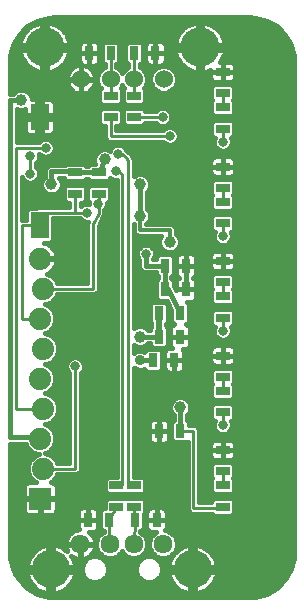
<source format=gbl>
G75*
%MOIN*%
%OFA0B0*%
%FSLAX25Y25*%
%IPPOS*%
%LPD*%
%AMOC8*
5,1,8,0,0,1.08239X$1,22.5*
%
%ADD10R,0.03150X0.04724*%
%ADD11R,0.04724X0.03150*%
%ADD12R,0.07400X0.07400*%
%ADD13C,0.07400*%
%ADD14C,0.06022*%
%ADD15C,0.13055*%
%ADD16C,0.06337*%
%ADD17C,0.12661*%
%ADD18R,0.06299X0.08583*%
%ADD19C,0.01000*%
%ADD20C,0.03175*%
%ADD21C,0.01600*%
%ADD22C,0.03962*%
%ADD23C,0.03569*%
%ADD24C,0.01200*%
D10*
X0029753Y0088014D03*
X0036839Y0088014D03*
X0045501Y0088014D03*
X0052587Y0088014D03*
X0053375Y0117542D03*
X0060461Y0117542D03*
X0058493Y0141164D03*
X0060461Y0149038D03*
X0060461Y0156912D03*
X0062430Y0164786D03*
X0062430Y0172660D03*
X0055343Y0172660D03*
X0055343Y0164786D03*
X0053375Y0156912D03*
X0053375Y0149038D03*
X0051406Y0141164D03*
X0052194Y0243526D03*
X0045107Y0243526D03*
X0037233Y0243526D03*
X0030146Y0243526D03*
D11*
X0037233Y0229353D03*
X0037233Y0222266D03*
X0033296Y0203762D03*
X0033296Y0196676D03*
X0025422Y0196676D03*
X0025422Y0203762D03*
X0045107Y0222266D03*
X0045107Y0229353D03*
X0074635Y0230140D03*
X0074635Y0225416D03*
X0074635Y0218329D03*
X0074635Y0205731D03*
X0074635Y0198644D03*
X0074635Y0193920D03*
X0074635Y0186833D03*
X0074635Y0174235D03*
X0074635Y0167148D03*
X0074635Y0162424D03*
X0074635Y0155337D03*
X0074635Y0142739D03*
X0074635Y0135652D03*
X0074635Y0130928D03*
X0074635Y0123841D03*
X0074635Y0111243D03*
X0074635Y0104156D03*
X0074635Y0099431D03*
X0074635Y0092345D03*
X0045107Y0092345D03*
X0045107Y0099431D03*
X0039202Y0099431D03*
X0039202Y0092345D03*
X0074635Y0237227D03*
D12*
X0013780Y0095022D03*
D13*
X0014780Y0105022D03*
X0013780Y0115022D03*
X0014780Y0125022D03*
X0013780Y0135022D03*
X0014780Y0145022D03*
X0013780Y0155022D03*
X0014780Y0165022D03*
X0013808Y0175022D03*
D14*
X0027391Y0234825D03*
X0037233Y0234825D03*
X0045107Y0234825D03*
X0054950Y0234825D03*
D15*
X0067036Y0245494D03*
X0015304Y0245494D03*
D16*
X0027194Y0079865D03*
X0037036Y0079865D03*
X0044910Y0079865D03*
X0054753Y0079865D03*
D17*
X0064595Y0071479D03*
X0017351Y0071479D03*
D18*
X0013611Y0186085D03*
X0013611Y0222227D03*
D19*
X0015580Y0212030D02*
X0005737Y0212030D01*
X0005737Y0125022D01*
X0014780Y0125022D01*
X0014780Y0105022D02*
X0025422Y0105022D01*
X0025422Y0139195D01*
X0031328Y0165022D02*
X0031328Y0186439D01*
X0033296Y0190376D01*
X0033296Y0193132D01*
X0032902Y0193132D01*
X0033296Y0193526D01*
X0033296Y0196676D01*
X0029359Y0190376D02*
X0027391Y0190376D01*
X0025422Y0190376D01*
X0013611Y0190376D01*
X0013611Y0186085D01*
X0007706Y0186085D01*
X0007706Y0155022D01*
X0013780Y0155022D01*
X0014780Y0165022D02*
X0031328Y0165022D01*
X0025422Y0190376D02*
X0025422Y0196676D01*
X0037233Y0215967D02*
X0056918Y0215967D01*
X0054556Y0222266D02*
X0045107Y0222266D01*
X0045107Y0229353D02*
X0045107Y0234825D01*
X0045107Y0243526D01*
X0037233Y0243526D02*
X0037233Y0234825D01*
X0037233Y0229353D01*
X0037233Y0222266D02*
X0037233Y0215967D01*
X0039792Y0210061D02*
X0039906Y0210059D01*
X0040020Y0210053D01*
X0040134Y0210043D01*
X0040248Y0210030D01*
X0040361Y0210012D01*
X0040473Y0209991D01*
X0040584Y0209966D01*
X0040695Y0209937D01*
X0040804Y0209904D01*
X0040913Y0209868D01*
X0041019Y0209828D01*
X0041125Y0209784D01*
X0041229Y0209737D01*
X0041331Y0209686D01*
X0041432Y0209632D01*
X0041531Y0209574D01*
X0041627Y0209513D01*
X0041722Y0209449D01*
X0041814Y0209381D01*
X0041904Y0209311D01*
X0041991Y0209237D01*
X0042076Y0209160D01*
X0042158Y0209081D01*
X0042237Y0208999D01*
X0042314Y0208914D01*
X0042388Y0208827D01*
X0042458Y0208737D01*
X0042526Y0208645D01*
X0042590Y0208550D01*
X0042651Y0208454D01*
X0042709Y0208355D01*
X0042763Y0208254D01*
X0042814Y0208152D01*
X0042861Y0208048D01*
X0042905Y0207942D01*
X0042945Y0207836D01*
X0042981Y0207727D01*
X0043014Y0207618D01*
X0043043Y0207507D01*
X0043068Y0207396D01*
X0043089Y0207284D01*
X0043107Y0207171D01*
X0043120Y0207057D01*
X0043130Y0206943D01*
X0043136Y0206829D01*
X0043138Y0206715D01*
X0043139Y0206715D02*
X0043139Y0100219D01*
X0045107Y0099431D01*
X0045107Y0092345D02*
X0045501Y0088014D01*
X0044910Y0079865D01*
X0036839Y0088014D02*
X0039202Y0092345D01*
X0036839Y0088014D02*
X0036839Y0079865D01*
X0037036Y0079865D01*
X0039202Y0099431D02*
X0041170Y0099628D01*
X0041170Y0202187D01*
X0041171Y0202187D02*
X0041169Y0202273D01*
X0041164Y0202359D01*
X0041154Y0202444D01*
X0041141Y0202529D01*
X0041124Y0202613D01*
X0041104Y0202697D01*
X0041080Y0202779D01*
X0041052Y0202860D01*
X0041021Y0202941D01*
X0040987Y0203019D01*
X0040949Y0203096D01*
X0040907Y0203172D01*
X0040863Y0203245D01*
X0040815Y0203316D01*
X0040764Y0203386D01*
X0040710Y0203453D01*
X0040654Y0203517D01*
X0040594Y0203579D01*
X0040532Y0203639D01*
X0040468Y0203695D01*
X0040401Y0203749D01*
X0040331Y0203800D01*
X0040260Y0203848D01*
X0040187Y0203892D01*
X0040111Y0203934D01*
X0040034Y0203972D01*
X0039956Y0204006D01*
X0039875Y0204037D01*
X0039794Y0204065D01*
X0039712Y0204089D01*
X0039628Y0204109D01*
X0039544Y0204126D01*
X0039459Y0204139D01*
X0039374Y0204149D01*
X0039288Y0204154D01*
X0039202Y0204156D01*
X0010461Y0203369D02*
X0010461Y0209274D01*
X0060461Y0117542D02*
X0064792Y0117542D01*
X0064792Y0091951D01*
X0074635Y0091951D01*
X0074635Y0092345D01*
X0074635Y0099431D02*
X0074635Y0104156D01*
X0074635Y0119510D02*
X0074635Y0123841D01*
X0074635Y0130928D02*
X0074635Y0135652D01*
X0074635Y0151006D02*
X0074635Y0155337D01*
X0074635Y0162424D02*
X0074635Y0167148D01*
X0074635Y0182502D02*
X0074635Y0186833D01*
X0074635Y0193920D02*
X0074635Y0198644D01*
X0074635Y0213998D02*
X0074635Y0218329D01*
X0074635Y0225416D02*
X0074635Y0230140D01*
D20*
X0074635Y0213998D03*
X0074635Y0182502D03*
X0070698Y0178565D03*
X0061446Y0183290D03*
X0049044Y0176597D03*
X0039202Y0204156D03*
X0039792Y0210061D03*
X0032902Y0193132D03*
X0029359Y0190376D03*
X0029359Y0208093D03*
X0023454Y0219904D03*
X0015580Y0212030D03*
X0010461Y0209274D03*
X0010461Y0203369D03*
X0019123Y0186636D03*
X0029359Y0145101D03*
X0025422Y0139195D03*
X0029359Y0113605D03*
X0060855Y0109668D03*
X0070304Y0147069D03*
X0074635Y0151006D03*
X0074635Y0119510D03*
X0056918Y0215967D03*
X0054556Y0222266D03*
D21*
X0012800Y0063390D02*
X0016558Y0062383D01*
X0018503Y0062255D01*
X0083522Y0062255D01*
X0085467Y0062383D01*
X0089225Y0063390D01*
X0092594Y0065335D01*
X0095345Y0068086D01*
X0097291Y0071455D01*
X0098298Y0075213D01*
X0098425Y0077158D01*
X0098425Y0240602D01*
X0098298Y0242547D01*
X0097291Y0246305D01*
X0095345Y0249675D01*
X0092594Y0252426D01*
X0089225Y0254371D01*
X0085467Y0255378D01*
X0083522Y0255506D01*
X0018503Y0255506D01*
X0016558Y0255378D01*
X0012800Y0254371D01*
X0009431Y0252426D01*
X0006680Y0249675D01*
X0004734Y0246305D01*
X0004734Y0246305D01*
X0003727Y0242547D01*
X0003600Y0240602D01*
X0003600Y0229978D01*
X0003711Y0229978D01*
X0004787Y0230035D01*
X0005593Y0230841D01*
X0006836Y0231356D01*
X0008181Y0231356D01*
X0009424Y0230841D01*
X0010375Y0229890D01*
X0010890Y0228647D01*
X0010890Y0228318D01*
X0012836Y0228318D01*
X0012836Y0223002D01*
X0014386Y0223002D01*
X0014386Y0228318D01*
X0016998Y0228318D01*
X0017455Y0228195D01*
X0017866Y0227958D01*
X0018201Y0227623D01*
X0018438Y0227213D01*
X0018561Y0226755D01*
X0018561Y0223002D01*
X0014386Y0223002D01*
X0014386Y0221452D01*
X0018561Y0221452D01*
X0018561Y0217698D01*
X0018438Y0217241D01*
X0018201Y0216830D01*
X0017866Y0216495D01*
X0017455Y0216258D01*
X0016998Y0216135D01*
X0014386Y0216135D01*
X0014386Y0221452D01*
X0012836Y0221452D01*
X0008661Y0221452D01*
X0008661Y0217698D01*
X0008784Y0217241D01*
X0009021Y0216830D01*
X0009356Y0216495D01*
X0009767Y0216258D01*
X0010224Y0216135D01*
X0012836Y0216135D01*
X0012836Y0221452D01*
X0012836Y0223002D01*
X0008661Y0223002D01*
X0008661Y0224793D01*
X0008181Y0224594D01*
X0006836Y0224594D01*
X0005968Y0224953D01*
X0005968Y0213930D01*
X0013255Y0213930D01*
X0013887Y0214563D01*
X0014985Y0215017D01*
X0016174Y0215017D01*
X0017272Y0214563D01*
X0018112Y0213722D01*
X0018567Y0212624D01*
X0018567Y0211436D01*
X0018112Y0210338D01*
X0017272Y0209497D01*
X0016174Y0209043D01*
X0014985Y0209043D01*
X0013887Y0209497D01*
X0013401Y0209984D01*
X0013449Y0209868D01*
X0013449Y0208680D01*
X0012994Y0207582D01*
X0012361Y0206949D01*
X0012361Y0205693D01*
X0012994Y0205061D01*
X0013449Y0203963D01*
X0013449Y0202774D01*
X0012994Y0201676D01*
X0012154Y0200836D01*
X0011056Y0200381D01*
X0009867Y0200381D01*
X0008769Y0200836D01*
X0007929Y0201676D01*
X0007637Y0202381D01*
X0007637Y0187985D01*
X0009061Y0187985D01*
X0009061Y0190956D01*
X0009882Y0191776D01*
X0012324Y0191776D01*
X0012824Y0192276D01*
X0023522Y0192276D01*
X0023522Y0193701D01*
X0022480Y0193701D01*
X0021660Y0194521D01*
X0021660Y0198830D01*
X0022480Y0199650D01*
X0028364Y0199650D01*
X0029184Y0198830D01*
X0029184Y0194521D01*
X0028364Y0193701D01*
X0027322Y0193701D01*
X0027322Y0192564D01*
X0027667Y0192909D01*
X0028765Y0193364D01*
X0029915Y0193364D01*
X0029915Y0193727D01*
X0030036Y0194019D01*
X0029534Y0194521D01*
X0029534Y0198830D01*
X0030354Y0199650D01*
X0036238Y0199650D01*
X0037058Y0198830D01*
X0037058Y0194521D01*
X0036238Y0193701D01*
X0035890Y0193701D01*
X0035890Y0192538D01*
X0035435Y0191440D01*
X0035196Y0191201D01*
X0035196Y0190685D01*
X0035347Y0190231D01*
X0035196Y0189928D01*
X0035196Y0189589D01*
X0034858Y0189251D01*
X0033228Y0185991D01*
X0033228Y0164235D01*
X0032115Y0163122D01*
X0019513Y0163122D01*
X0019104Y0162133D01*
X0017669Y0160698D01*
X0015795Y0159922D01*
X0015278Y0159922D01*
X0016669Y0159346D01*
X0018104Y0157911D01*
X0018880Y0156037D01*
X0018880Y0154008D01*
X0018104Y0152133D01*
X0016669Y0150698D01*
X0015278Y0150122D01*
X0015795Y0150122D01*
X0017669Y0149346D01*
X0019104Y0147911D01*
X0019880Y0146037D01*
X0019880Y0144008D01*
X0019104Y0142133D01*
X0017669Y0140698D01*
X0015795Y0139922D01*
X0015278Y0139922D01*
X0016669Y0139346D01*
X0018104Y0137911D01*
X0018880Y0136037D01*
X0018880Y0134008D01*
X0018104Y0132133D01*
X0016669Y0130698D01*
X0015278Y0130122D01*
X0015795Y0130122D01*
X0017669Y0129346D01*
X0019104Y0127911D01*
X0019880Y0126037D01*
X0019880Y0124008D01*
X0019104Y0122133D01*
X0017669Y0120698D01*
X0015795Y0119922D01*
X0015278Y0119922D01*
X0016669Y0119346D01*
X0018104Y0117911D01*
X0018880Y0116037D01*
X0018880Y0114008D01*
X0018104Y0112133D01*
X0016669Y0110698D01*
X0015278Y0110122D01*
X0015795Y0110122D01*
X0017669Y0109346D01*
X0019104Y0107911D01*
X0019513Y0106922D01*
X0023522Y0106922D01*
X0023522Y0136870D01*
X0022889Y0137503D01*
X0022435Y0138601D01*
X0022435Y0139790D01*
X0022889Y0140888D01*
X0023730Y0141728D01*
X0024828Y0142183D01*
X0026016Y0142183D01*
X0027114Y0141728D01*
X0027955Y0140888D01*
X0028409Y0139790D01*
X0028409Y0138601D01*
X0027955Y0137503D01*
X0027322Y0136870D01*
X0027322Y0104235D01*
X0026209Y0103122D01*
X0019513Y0103122D01*
X0019104Y0102133D01*
X0017669Y0100698D01*
X0017243Y0100522D01*
X0017717Y0100522D01*
X0018175Y0100399D01*
X0018586Y0100162D01*
X0018921Y0099827D01*
X0019158Y0099417D01*
X0019280Y0098959D01*
X0019280Y0095222D01*
X0013980Y0095222D01*
X0013980Y0094822D01*
X0013980Y0089522D01*
X0017717Y0089522D01*
X0018175Y0089645D01*
X0018586Y0089882D01*
X0018921Y0090217D01*
X0019158Y0090627D01*
X0019280Y0091085D01*
X0019280Y0094822D01*
X0013980Y0094822D01*
X0013580Y0094822D01*
X0008280Y0094822D01*
X0008280Y0091085D01*
X0008403Y0090627D01*
X0008640Y0090217D01*
X0008975Y0089882D01*
X0009386Y0089645D01*
X0009843Y0089522D01*
X0013580Y0089522D01*
X0013580Y0094822D01*
X0013580Y0095222D01*
X0008280Y0095222D01*
X0008280Y0098959D01*
X0008403Y0099417D01*
X0008640Y0099827D01*
X0008975Y0100162D01*
X0009386Y0100399D01*
X0009843Y0100522D01*
X0012317Y0100522D01*
X0011891Y0100698D01*
X0010457Y0102133D01*
X0009680Y0104008D01*
X0009680Y0106037D01*
X0010457Y0107911D01*
X0011891Y0109346D01*
X0013283Y0109922D01*
X0012766Y0109922D01*
X0010891Y0110698D01*
X0009457Y0112133D01*
X0008943Y0113373D01*
X0003600Y0113373D01*
X0003600Y0077158D01*
X0003727Y0075213D01*
X0004734Y0071455D01*
X0006680Y0068086D01*
X0009431Y0065335D01*
X0012800Y0063390D01*
X0012345Y0063652D02*
X0015146Y0063652D01*
X0014732Y0063763D02*
X0015762Y0063487D01*
X0016551Y0063383D01*
X0016551Y0070679D01*
X0009256Y0070679D01*
X0009360Y0069889D01*
X0009635Y0068860D01*
X0010043Y0067875D01*
X0010576Y0066952D01*
X0011225Y0066106D01*
X0011979Y0065353D01*
X0012824Y0064704D01*
X0013747Y0064171D01*
X0014732Y0063763D01*
X0016551Y0063652D02*
X0018151Y0063652D01*
X0018151Y0063383D02*
X0018941Y0063487D01*
X0019970Y0063763D01*
X0020955Y0064171D01*
X0021878Y0064704D01*
X0022724Y0065353D01*
X0023477Y0066106D01*
X0024126Y0066952D01*
X0024659Y0067875D01*
X0025067Y0068860D01*
X0025343Y0069889D01*
X0025447Y0070679D01*
X0018151Y0070679D01*
X0018151Y0072279D01*
X0016551Y0072279D01*
X0016551Y0079574D01*
X0015762Y0079470D01*
X0014732Y0079194D01*
X0013747Y0078787D01*
X0012824Y0078254D01*
X0011979Y0077605D01*
X0011225Y0076851D01*
X0010576Y0076006D01*
X0010043Y0075083D01*
X0009635Y0074098D01*
X0009360Y0073068D01*
X0009256Y0072279D01*
X0016551Y0072279D01*
X0016551Y0070679D01*
X0018151Y0070679D01*
X0018151Y0063383D01*
X0018151Y0065251D02*
X0016551Y0065251D01*
X0016551Y0066849D02*
X0018151Y0066849D01*
X0018151Y0068448D02*
X0016551Y0068448D01*
X0016551Y0070046D02*
X0018151Y0070046D01*
X0018151Y0071645D02*
X0027559Y0071645D01*
X0027559Y0072346D02*
X0027559Y0070612D01*
X0028223Y0069010D01*
X0029449Y0067783D01*
X0031051Y0067120D01*
X0032785Y0067120D01*
X0034387Y0067783D01*
X0035614Y0069010D01*
X0036277Y0070612D01*
X0036277Y0072346D01*
X0035614Y0073948D01*
X0034387Y0075174D01*
X0032785Y0075838D01*
X0031051Y0075838D01*
X0029449Y0075174D01*
X0028223Y0073948D01*
X0027559Y0072346D01*
X0027931Y0073243D02*
X0025296Y0073243D01*
X0025343Y0073068D02*
X0025067Y0074098D01*
X0024659Y0075083D01*
X0024180Y0075913D01*
X0024590Y0075615D01*
X0025286Y0075260D01*
X0026030Y0075018D01*
X0026803Y0074896D01*
X0027009Y0074896D01*
X0027009Y0079680D01*
X0022225Y0079680D01*
X0022225Y0079474D01*
X0022348Y0078701D01*
X0022589Y0077957D01*
X0022816Y0077513D01*
X0022724Y0077605D01*
X0021878Y0078254D01*
X0020955Y0078787D01*
X0019970Y0079194D01*
X0018941Y0079470D01*
X0018151Y0079574D01*
X0018151Y0072279D01*
X0025447Y0072279D01*
X0025343Y0073068D01*
X0024759Y0074842D02*
X0029116Y0074842D01*
X0029101Y0075260D02*
X0029798Y0075615D01*
X0030430Y0076075D01*
X0030983Y0076628D01*
X0031443Y0077260D01*
X0031798Y0077957D01*
X0032040Y0078701D01*
X0032162Y0079474D01*
X0032162Y0079680D01*
X0027378Y0079680D01*
X0027378Y0074896D01*
X0027585Y0074896D01*
X0028357Y0075018D01*
X0029101Y0075260D01*
X0030796Y0076440D02*
X0034000Y0076440D01*
X0034448Y0075992D02*
X0036127Y0075296D01*
X0037945Y0075296D01*
X0039624Y0075992D01*
X0040909Y0077277D01*
X0040973Y0077431D01*
X0041037Y0077277D01*
X0042322Y0075992D01*
X0044001Y0075296D01*
X0045819Y0075296D01*
X0047498Y0075992D01*
X0048783Y0077277D01*
X0049479Y0078956D01*
X0049479Y0080773D01*
X0048783Y0082452D01*
X0047498Y0083738D01*
X0047108Y0083899D01*
X0047133Y0084252D01*
X0047655Y0084252D01*
X0048476Y0085072D01*
X0048476Y0089796D01*
X0048869Y0090190D01*
X0048869Y0094500D01*
X0048049Y0095320D01*
X0042165Y0095320D01*
X0042154Y0095309D01*
X0042144Y0095320D01*
X0036259Y0095320D01*
X0035439Y0094500D01*
X0035439Y0091776D01*
X0034685Y0091776D01*
X0033865Y0090956D01*
X0033865Y0085072D01*
X0034685Y0084252D01*
X0034939Y0084252D01*
X0034939Y0083941D01*
X0034448Y0083738D01*
X0033163Y0082452D01*
X0032468Y0080773D01*
X0032468Y0078956D01*
X0033163Y0077277D01*
X0034448Y0075992D01*
X0034720Y0074842D02*
X0047227Y0074842D01*
X0047559Y0075174D02*
X0046333Y0073948D01*
X0045669Y0072346D01*
X0045669Y0070612D01*
X0046333Y0069010D01*
X0047559Y0067783D01*
X0049161Y0067120D01*
X0050895Y0067120D01*
X0052498Y0067783D01*
X0053724Y0069010D01*
X0054387Y0070612D01*
X0054387Y0072346D01*
X0053724Y0073948D01*
X0052498Y0075174D01*
X0050895Y0075838D01*
X0049161Y0075838D01*
X0047559Y0075174D01*
X0047947Y0076440D02*
X0051716Y0076440D01*
X0052165Y0075992D02*
X0050880Y0077277D01*
X0050184Y0078956D01*
X0050184Y0080773D01*
X0050880Y0082452D01*
X0052165Y0083738D01*
X0052441Y0083852D01*
X0050776Y0083852D01*
X0050318Y0083975D01*
X0049907Y0084212D01*
X0049572Y0084547D01*
X0049335Y0084957D01*
X0049213Y0085415D01*
X0049213Y0088014D01*
X0052587Y0088014D01*
X0052587Y0088014D01*
X0049213Y0088014D01*
X0049213Y0090613D01*
X0049335Y0091071D01*
X0049572Y0091482D01*
X0049907Y0091817D01*
X0050318Y0092054D01*
X0050776Y0092176D01*
X0052587Y0092176D01*
X0052587Y0088014D01*
X0052587Y0088014D01*
X0052588Y0088014D02*
X0052588Y0088014D01*
X0055962Y0088014D01*
X0055962Y0085415D01*
X0055840Y0084957D01*
X0055603Y0084547D01*
X0055489Y0084433D01*
X0055661Y0084433D01*
X0057341Y0083738D01*
X0058626Y0082452D01*
X0059321Y0080773D01*
X0059321Y0078956D01*
X0058626Y0077277D01*
X0057341Y0075992D01*
X0055661Y0075296D01*
X0053844Y0075296D01*
X0052165Y0075992D01*
X0052830Y0074842D02*
X0057188Y0074842D01*
X0057287Y0075083D02*
X0056880Y0074098D01*
X0056604Y0073068D01*
X0056500Y0072279D01*
X0063795Y0072279D01*
X0063795Y0079574D01*
X0063006Y0079470D01*
X0061976Y0079194D01*
X0060991Y0078787D01*
X0060068Y0078254D01*
X0059223Y0077605D01*
X0058469Y0076851D01*
X0057820Y0076006D01*
X0057287Y0075083D01*
X0057789Y0076440D02*
X0058154Y0076440D01*
X0058941Y0078039D02*
X0059788Y0078039D01*
X0059321Y0079637D02*
X0098425Y0079637D01*
X0098425Y0078039D02*
X0069402Y0078039D01*
X0069122Y0078254D02*
X0069968Y0077605D01*
X0070721Y0076851D01*
X0071370Y0076006D01*
X0071903Y0075083D01*
X0072311Y0074098D01*
X0072587Y0073068D01*
X0072691Y0072279D01*
X0065395Y0072279D01*
X0063795Y0072279D01*
X0063795Y0070679D01*
X0056500Y0070679D01*
X0056604Y0069889D01*
X0056880Y0068860D01*
X0057287Y0067875D01*
X0057820Y0066952D01*
X0058469Y0066106D01*
X0059223Y0065353D01*
X0060068Y0064704D01*
X0060991Y0064171D01*
X0061976Y0063763D01*
X0063006Y0063487D01*
X0063795Y0063383D01*
X0063795Y0070679D01*
X0065395Y0070679D01*
X0065395Y0063383D01*
X0066185Y0063487D01*
X0067214Y0063763D01*
X0068199Y0064171D01*
X0069122Y0064704D01*
X0069968Y0065353D01*
X0070721Y0066106D01*
X0071370Y0066952D01*
X0071903Y0067875D01*
X0072311Y0068860D01*
X0072587Y0069889D01*
X0072691Y0070679D01*
X0065395Y0070679D01*
X0065395Y0072279D01*
X0065395Y0079574D01*
X0066185Y0079470D01*
X0067214Y0079194D01*
X0068199Y0078787D01*
X0069122Y0078254D01*
X0071037Y0076440D02*
X0098378Y0076440D01*
X0098198Y0074842D02*
X0072003Y0074842D01*
X0072540Y0073243D02*
X0097770Y0073243D01*
X0097342Y0071645D02*
X0065395Y0071645D01*
X0065395Y0073243D02*
X0063795Y0073243D01*
X0063795Y0071645D02*
X0054387Y0071645D01*
X0054153Y0070046D02*
X0056583Y0070046D01*
X0057050Y0068448D02*
X0053162Y0068448D01*
X0054016Y0073243D02*
X0056651Y0073243D01*
X0057899Y0066849D02*
X0024047Y0066849D01*
X0024896Y0068448D02*
X0028785Y0068448D01*
X0027793Y0070046D02*
X0025363Y0070046D01*
X0022591Y0065251D02*
X0059356Y0065251D01*
X0062390Y0063652D02*
X0019557Y0063652D01*
X0016551Y0071645D02*
X0004684Y0071645D01*
X0004255Y0073243D02*
X0009406Y0073243D01*
X0009944Y0074842D02*
X0003827Y0074842D01*
X0003647Y0076440D02*
X0010910Y0076440D01*
X0012544Y0078039D02*
X0003600Y0078039D01*
X0003600Y0079637D02*
X0022225Y0079637D01*
X0022225Y0080049D02*
X0027009Y0080049D01*
X0027009Y0079680D01*
X0027378Y0079680D01*
X0027378Y0080049D01*
X0032162Y0080049D01*
X0032162Y0080256D01*
X0032040Y0081028D01*
X0031798Y0081772D01*
X0031443Y0082469D01*
X0030983Y0083101D01*
X0030430Y0083654D01*
X0030158Y0083852D01*
X0031565Y0083852D01*
X0032022Y0083975D01*
X0032433Y0084212D01*
X0032768Y0084547D01*
X0033005Y0084957D01*
X0033128Y0085415D01*
X0033128Y0088014D01*
X0029753Y0088014D01*
X0029753Y0088014D01*
X0033128Y0088014D01*
X0033128Y0090613D01*
X0033005Y0091071D01*
X0032768Y0091482D01*
X0032433Y0091817D01*
X0032022Y0092054D01*
X0031565Y0092176D01*
X0029753Y0092176D01*
X0029753Y0088014D01*
X0029753Y0088014D01*
X0026378Y0088014D01*
X0026378Y0085415D01*
X0026501Y0084957D01*
X0026592Y0084800D01*
X0026030Y0084711D01*
X0025286Y0084469D01*
X0024590Y0084114D01*
X0023957Y0083654D01*
X0023404Y0083101D01*
X0022944Y0082469D01*
X0022589Y0081772D01*
X0022348Y0081028D01*
X0022225Y0080256D01*
X0022225Y0080049D01*
X0022415Y0081236D02*
X0003600Y0081236D01*
X0003600Y0082834D02*
X0023210Y0082834D01*
X0022563Y0078039D02*
X0022158Y0078039D01*
X0025215Y0084433D02*
X0003600Y0084433D01*
X0003600Y0086031D02*
X0026378Y0086031D01*
X0026378Y0087630D02*
X0003600Y0087630D01*
X0003600Y0089228D02*
X0026378Y0089228D01*
X0026378Y0088014D02*
X0026378Y0090613D01*
X0026501Y0091071D01*
X0026738Y0091482D01*
X0027073Y0091817D01*
X0027483Y0092054D01*
X0027941Y0092176D01*
X0029753Y0092176D01*
X0029753Y0088014D01*
X0029753Y0088014D01*
X0026378Y0088014D01*
X0026435Y0090827D02*
X0019211Y0090827D01*
X0019280Y0092425D02*
X0035439Y0092425D01*
X0035439Y0094024D02*
X0019280Y0094024D01*
X0019280Y0095622D02*
X0062892Y0095622D01*
X0062892Y0094024D02*
X0048869Y0094024D01*
X0048869Y0092425D02*
X0062892Y0092425D01*
X0062892Y0091164D02*
X0064005Y0090051D01*
X0071011Y0090051D01*
X0071693Y0089370D01*
X0077577Y0089370D01*
X0078397Y0090190D01*
X0078397Y0094500D01*
X0077577Y0095320D01*
X0071693Y0095320D01*
X0070872Y0094500D01*
X0070872Y0093851D01*
X0066692Y0093851D01*
X0066692Y0118329D01*
X0065579Y0119442D01*
X0063436Y0119442D01*
X0063436Y0120484D01*
X0062661Y0121259D01*
X0062661Y0122834D01*
X0063328Y0123501D01*
X0063843Y0124743D01*
X0063843Y0126088D01*
X0063328Y0127331D01*
X0062377Y0128282D01*
X0061134Y0128797D01*
X0059789Y0128797D01*
X0058546Y0128282D01*
X0057595Y0127331D01*
X0057080Y0126088D01*
X0057080Y0124743D01*
X0057595Y0123501D01*
X0058261Y0122834D01*
X0058261Y0121259D01*
X0057487Y0120484D01*
X0057487Y0114600D01*
X0058307Y0113780D01*
X0062616Y0113780D01*
X0062892Y0114056D01*
X0062892Y0091164D01*
X0063229Y0090827D02*
X0055905Y0090827D01*
X0055962Y0090613D02*
X0055840Y0091071D01*
X0055603Y0091482D01*
X0055267Y0091817D01*
X0054857Y0092054D01*
X0054399Y0092176D01*
X0052587Y0092176D01*
X0052587Y0088014D01*
X0052588Y0088014D02*
X0055962Y0088014D01*
X0055962Y0090613D01*
X0055962Y0089228D02*
X0098425Y0089228D01*
X0098425Y0087630D02*
X0055962Y0087630D01*
X0055962Y0086031D02*
X0098425Y0086031D01*
X0098425Y0084433D02*
X0055662Y0084433D01*
X0058244Y0082834D02*
X0098425Y0082834D01*
X0098425Y0081236D02*
X0059130Y0081236D01*
X0063795Y0078039D02*
X0065395Y0078039D01*
X0065395Y0076440D02*
X0063795Y0076440D01*
X0063795Y0074842D02*
X0065395Y0074842D01*
X0065395Y0070046D02*
X0063795Y0070046D01*
X0063795Y0068448D02*
X0065395Y0068448D01*
X0065395Y0066849D02*
X0063795Y0066849D01*
X0063795Y0065251D02*
X0065395Y0065251D01*
X0065395Y0063652D02*
X0063795Y0063652D01*
X0066801Y0063652D02*
X0089680Y0063652D01*
X0092449Y0065251D02*
X0069835Y0065251D01*
X0071291Y0066849D02*
X0094109Y0066849D01*
X0095554Y0068448D02*
X0072140Y0068448D01*
X0072608Y0070046D02*
X0096477Y0070046D01*
X0098425Y0090827D02*
X0078397Y0090827D01*
X0078397Y0092425D02*
X0098425Y0092425D01*
X0098425Y0094024D02*
X0078397Y0094024D01*
X0077577Y0096457D02*
X0078397Y0097277D01*
X0078397Y0101586D01*
X0078189Y0101794D01*
X0078397Y0102001D01*
X0078397Y0106311D01*
X0077577Y0107131D01*
X0071693Y0107131D01*
X0070872Y0106311D01*
X0070872Y0102001D01*
X0071080Y0101794D01*
X0070872Y0101586D01*
X0070872Y0097277D01*
X0071693Y0096457D01*
X0077577Y0096457D01*
X0078341Y0097221D02*
X0098425Y0097221D01*
X0098425Y0098819D02*
X0078397Y0098819D01*
X0078397Y0100418D02*
X0098425Y0100418D01*
X0098425Y0102016D02*
X0078397Y0102016D01*
X0078397Y0103615D02*
X0098425Y0103615D01*
X0098425Y0105213D02*
X0078397Y0105213D01*
X0077895Y0106812D02*
X0098425Y0106812D01*
X0098425Y0108410D02*
X0078285Y0108410D01*
X0078437Y0108562D02*
X0078674Y0108973D01*
X0078797Y0109431D01*
X0078797Y0111242D01*
X0074635Y0111242D01*
X0074635Y0107868D01*
X0077234Y0107868D01*
X0077692Y0107990D01*
X0078102Y0108227D01*
X0078437Y0108562D01*
X0078797Y0110009D02*
X0098425Y0110009D01*
X0098425Y0111607D02*
X0078797Y0111607D01*
X0078797Y0111243D02*
X0078797Y0113054D01*
X0078674Y0113512D01*
X0078437Y0113923D01*
X0078102Y0114258D01*
X0077692Y0114495D01*
X0077234Y0114617D01*
X0074635Y0114617D01*
X0074635Y0111243D01*
X0074635Y0111243D01*
X0078797Y0111243D01*
X0078756Y0113206D02*
X0098425Y0113206D01*
X0098425Y0114805D02*
X0066692Y0114805D01*
X0066692Y0116403D02*
X0098425Y0116403D01*
X0098425Y0118002D02*
X0077243Y0118002D01*
X0077167Y0117818D02*
X0076327Y0116978D01*
X0075229Y0116523D01*
X0074040Y0116523D01*
X0072942Y0116978D01*
X0072102Y0117818D01*
X0071647Y0118916D01*
X0071647Y0120104D01*
X0071963Y0120866D01*
X0071693Y0120866D01*
X0070872Y0121686D01*
X0070872Y0125996D01*
X0071693Y0126816D01*
X0077577Y0126816D01*
X0078397Y0125996D01*
X0078397Y0121686D01*
X0077577Y0120866D01*
X0077307Y0120866D01*
X0077622Y0120104D01*
X0077622Y0118916D01*
X0077167Y0117818D01*
X0077622Y0119600D02*
X0098425Y0119600D01*
X0098425Y0121199D02*
X0077909Y0121199D01*
X0078397Y0122797D02*
X0098425Y0122797D01*
X0098425Y0124396D02*
X0078397Y0124396D01*
X0078397Y0125994D02*
X0098425Y0125994D01*
X0098425Y0127593D02*
X0063066Y0127593D01*
X0063843Y0125994D02*
X0070872Y0125994D01*
X0070872Y0124396D02*
X0063699Y0124396D01*
X0062661Y0122797D02*
X0070872Y0122797D01*
X0071360Y0121199D02*
X0062721Y0121199D01*
X0063436Y0119600D02*
X0071647Y0119600D01*
X0072026Y0118002D02*
X0066692Y0118002D01*
X0066692Y0113206D02*
X0070513Y0113206D01*
X0070472Y0113054D02*
X0070472Y0111243D01*
X0074635Y0111243D01*
X0074635Y0111242D01*
X0074635Y0111242D01*
X0074635Y0107868D01*
X0072035Y0107868D01*
X0071578Y0107990D01*
X0071167Y0108227D01*
X0070832Y0108562D01*
X0070595Y0108973D01*
X0070472Y0109431D01*
X0070472Y0111242D01*
X0074635Y0111242D01*
X0074635Y0111243D01*
X0074635Y0114617D01*
X0072035Y0114617D01*
X0071578Y0114495D01*
X0071167Y0114258D01*
X0070832Y0113923D01*
X0070595Y0113512D01*
X0070472Y0113054D01*
X0070472Y0111607D02*
X0066692Y0111607D01*
X0066692Y0110009D02*
X0070472Y0110009D01*
X0070984Y0108410D02*
X0066692Y0108410D01*
X0066692Y0106812D02*
X0071374Y0106812D01*
X0070872Y0105213D02*
X0066692Y0105213D01*
X0066692Y0103615D02*
X0070872Y0103615D01*
X0070872Y0102016D02*
X0066692Y0102016D01*
X0066692Y0100418D02*
X0070872Y0100418D01*
X0070872Y0098819D02*
X0066692Y0098819D01*
X0066692Y0097221D02*
X0070928Y0097221D01*
X0070872Y0094024D02*
X0066692Y0094024D01*
X0066692Y0095622D02*
X0098425Y0095622D01*
X0098425Y0129191D02*
X0078397Y0129191D01*
X0078397Y0128773D02*
X0078397Y0133082D01*
X0078189Y0133290D01*
X0078397Y0133497D01*
X0078397Y0137807D01*
X0077577Y0138627D01*
X0071693Y0138627D01*
X0070872Y0137807D01*
X0070872Y0133497D01*
X0071080Y0133290D01*
X0070872Y0133082D01*
X0070872Y0128773D01*
X0071693Y0127953D01*
X0077577Y0127953D01*
X0078397Y0128773D01*
X0078397Y0130790D02*
X0098425Y0130790D01*
X0098425Y0132388D02*
X0078397Y0132388D01*
X0078397Y0133987D02*
X0098425Y0133987D01*
X0098425Y0135585D02*
X0078397Y0135585D01*
X0078397Y0137184D02*
X0098425Y0137184D01*
X0098425Y0138782D02*
X0061868Y0138782D01*
X0061868Y0138565D02*
X0061868Y0141164D01*
X0061868Y0143763D01*
X0061745Y0144221D01*
X0061508Y0144631D01*
X0061264Y0144876D01*
X0062273Y0144876D01*
X0062731Y0144998D01*
X0063141Y0145235D01*
X0063477Y0145570D01*
X0063714Y0145981D01*
X0063836Y0146439D01*
X0063836Y0149038D01*
X0063836Y0151637D01*
X0063714Y0152095D01*
X0063477Y0152505D01*
X0063141Y0152840D01*
X0062731Y0153077D01*
X0062461Y0153150D01*
X0062616Y0153150D01*
X0063436Y0153970D01*
X0063436Y0159854D01*
X0062666Y0160624D01*
X0064242Y0160624D01*
X0064699Y0160746D01*
X0065110Y0160983D01*
X0065445Y0161318D01*
X0065682Y0161729D01*
X0065805Y0162187D01*
X0065805Y0164786D01*
X0065805Y0167385D01*
X0065682Y0167843D01*
X0065445Y0168253D01*
X0065110Y0168588D01*
X0064877Y0168723D01*
X0065110Y0168857D01*
X0065445Y0169192D01*
X0065682Y0169603D01*
X0065805Y0170061D01*
X0065805Y0172660D01*
X0065805Y0175259D01*
X0065682Y0175717D01*
X0065445Y0176127D01*
X0065110Y0176462D01*
X0064699Y0176699D01*
X0064242Y0176822D01*
X0062430Y0176822D01*
X0062430Y0172660D01*
X0062430Y0172660D01*
X0065805Y0172660D01*
X0062430Y0172660D01*
X0062430Y0172660D01*
X0062430Y0176822D01*
X0060618Y0176822D01*
X0060160Y0176699D01*
X0059750Y0176462D01*
X0059415Y0176127D01*
X0059178Y0175717D01*
X0059055Y0175259D01*
X0059055Y0172660D01*
X0062430Y0172660D01*
X0062430Y0172660D01*
X0062430Y0168948D01*
X0062430Y0164786D01*
X0062430Y0164786D01*
X0065805Y0164786D01*
X0062430Y0164786D01*
X0062430Y0164786D01*
X0062430Y0172660D01*
X0062430Y0172660D01*
X0059055Y0172660D01*
X0059055Y0170061D01*
X0059178Y0169603D01*
X0059415Y0169192D01*
X0059750Y0168857D01*
X0059983Y0168723D01*
X0059750Y0168588D01*
X0059415Y0168253D01*
X0059178Y0167843D01*
X0059055Y0167385D01*
X0059055Y0164786D01*
X0062430Y0164786D01*
X0062430Y0164786D01*
X0059055Y0164786D01*
X0059055Y0164644D01*
X0058724Y0165305D01*
X0058724Y0165697D01*
X0058332Y0166089D01*
X0058318Y0166118D01*
X0058318Y0167728D01*
X0057543Y0168503D01*
X0057543Y0168943D01*
X0058318Y0169718D01*
X0058318Y0175602D01*
X0057498Y0176422D01*
X0053189Y0176422D01*
X0052369Y0175602D01*
X0052369Y0174860D01*
X0051532Y0174860D01*
X0051577Y0174905D01*
X0052031Y0176003D01*
X0052031Y0177191D01*
X0051577Y0178289D01*
X0050736Y0179129D01*
X0049638Y0179584D01*
X0048450Y0179584D01*
X0047352Y0179129D01*
X0046511Y0178289D01*
X0046057Y0177191D01*
X0046057Y0176003D01*
X0046511Y0174905D01*
X0046844Y0174572D01*
X0046844Y0171749D01*
X0048133Y0170460D01*
X0052369Y0170460D01*
X0052369Y0169718D01*
X0053143Y0168943D01*
X0053143Y0168503D01*
X0052369Y0167728D01*
X0052369Y0161844D01*
X0053189Y0161024D01*
X0055946Y0161024D01*
X0057487Y0157942D01*
X0057487Y0153970D01*
X0058307Y0153150D01*
X0058462Y0153150D01*
X0058192Y0153077D01*
X0057781Y0152840D01*
X0057446Y0152505D01*
X0057209Y0152095D01*
X0057087Y0151637D01*
X0057087Y0149038D01*
X0060461Y0149038D01*
X0060461Y0149038D01*
X0057087Y0149038D01*
X0057087Y0146439D01*
X0057209Y0145981D01*
X0057446Y0145570D01*
X0057691Y0145326D01*
X0056681Y0145326D01*
X0056223Y0145203D01*
X0055813Y0144966D01*
X0055478Y0144631D01*
X0055241Y0144221D01*
X0055118Y0143763D01*
X0055118Y0141164D01*
X0058493Y0141164D01*
X0061868Y0141164D01*
X0058493Y0141164D01*
X0058493Y0141164D01*
X0058493Y0141164D01*
X0058493Y0137002D01*
X0060305Y0137002D01*
X0060762Y0137124D01*
X0061173Y0137361D01*
X0061508Y0137696D01*
X0061745Y0138107D01*
X0061868Y0138565D01*
X0060865Y0137184D02*
X0070872Y0137184D01*
X0070872Y0135585D02*
X0045039Y0135585D01*
X0045039Y0133987D02*
X0070872Y0133987D01*
X0070872Y0132388D02*
X0045039Y0132388D01*
X0045039Y0130790D02*
X0070872Y0130790D01*
X0070872Y0129191D02*
X0045039Y0129191D01*
X0045039Y0127593D02*
X0057857Y0127593D01*
X0057080Y0125994D02*
X0045039Y0125994D01*
X0045039Y0124396D02*
X0057224Y0124396D01*
X0058261Y0122797D02*
X0045039Y0122797D01*
X0045039Y0121199D02*
X0050549Y0121199D01*
X0050695Y0121344D02*
X0050360Y0121009D01*
X0050123Y0120599D01*
X0050000Y0120141D01*
X0050000Y0117542D01*
X0053375Y0117542D01*
X0053375Y0117542D01*
X0053375Y0121704D01*
X0055187Y0121704D01*
X0055644Y0121581D01*
X0056055Y0121344D01*
X0056390Y0121009D01*
X0056627Y0120599D01*
X0056750Y0120141D01*
X0056750Y0117542D01*
X0053375Y0117542D01*
X0053375Y0117542D01*
X0053375Y0121704D01*
X0051563Y0121704D01*
X0051105Y0121581D01*
X0050695Y0121344D01*
X0050000Y0119600D02*
X0045039Y0119600D01*
X0045039Y0118002D02*
X0050000Y0118002D01*
X0050000Y0117542D02*
X0050000Y0114943D01*
X0050123Y0114485D01*
X0050360Y0114074D01*
X0050695Y0113739D01*
X0051105Y0113502D01*
X0051563Y0113380D01*
X0053375Y0113380D01*
X0055187Y0113380D01*
X0055644Y0113502D01*
X0056055Y0113739D01*
X0056390Y0114074D01*
X0056627Y0114485D01*
X0056750Y0114943D01*
X0056750Y0117542D01*
X0053375Y0117542D01*
X0053375Y0117542D01*
X0053375Y0113380D01*
X0053375Y0117542D01*
X0053375Y0117542D01*
X0050000Y0117542D01*
X0050000Y0116403D02*
X0045039Y0116403D01*
X0045039Y0114805D02*
X0050037Y0114805D01*
X0053375Y0114805D02*
X0053375Y0114805D01*
X0053375Y0116403D02*
X0053375Y0116403D01*
X0053375Y0118002D02*
X0053375Y0118002D01*
X0053375Y0119600D02*
X0053375Y0119600D01*
X0053375Y0121199D02*
X0053375Y0121199D01*
X0056201Y0121199D02*
X0058201Y0121199D01*
X0057487Y0119600D02*
X0056750Y0119600D01*
X0056750Y0118002D02*
X0057487Y0118002D01*
X0057487Y0116403D02*
X0056750Y0116403D01*
X0056713Y0114805D02*
X0057487Y0114805D01*
X0060461Y0117542D02*
X0060461Y0125416D01*
X0058493Y0137002D02*
X0056681Y0137002D01*
X0056223Y0137124D01*
X0055813Y0137361D01*
X0055478Y0137696D01*
X0055241Y0138107D01*
X0055118Y0138565D01*
X0055118Y0141164D01*
X0058493Y0141164D01*
X0058493Y0141164D01*
X0058493Y0137002D01*
X0058493Y0137184D02*
X0058493Y0137184D01*
X0058493Y0138782D02*
X0058493Y0138782D01*
X0058493Y0140381D02*
X0058493Y0140381D01*
X0056120Y0137184D02*
X0045039Y0137184D01*
X0045272Y0138464D02*
X0046442Y0137980D01*
X0047709Y0137980D01*
X0048431Y0138279D01*
X0048431Y0138222D01*
X0049252Y0137402D01*
X0053561Y0137402D01*
X0054381Y0138222D01*
X0054381Y0144106D01*
X0053561Y0144926D01*
X0049252Y0144926D01*
X0048431Y0144106D01*
X0048431Y0144049D01*
X0047709Y0144348D01*
X0046442Y0144348D01*
X0045272Y0143863D01*
X0045039Y0143630D01*
X0045039Y0146293D01*
X0045160Y0146171D01*
X0046403Y0145657D01*
X0047748Y0145657D01*
X0048991Y0146171D01*
X0049657Y0146838D01*
X0050400Y0146838D01*
X0050400Y0146096D01*
X0051220Y0145276D01*
X0055530Y0145276D01*
X0056350Y0146096D01*
X0056350Y0151980D01*
X0055575Y0152755D01*
X0055575Y0153195D01*
X0056350Y0153970D01*
X0056350Y0159854D01*
X0055530Y0160674D01*
X0051220Y0160674D01*
X0050400Y0159854D01*
X0050400Y0153970D01*
X0050781Y0153589D01*
X0050781Y0152361D01*
X0050400Y0151980D01*
X0050400Y0151238D01*
X0049657Y0151238D01*
X0048991Y0151904D01*
X0047748Y0152419D01*
X0046403Y0152419D01*
X0045160Y0151904D01*
X0045039Y0151782D01*
X0045039Y0186451D01*
X0045076Y0186414D01*
X0045076Y0183642D01*
X0046247Y0182471D01*
X0054074Y0182471D01*
X0054052Y0182449D01*
X0053537Y0181206D01*
X0053537Y0179861D01*
X0054052Y0178619D01*
X0055003Y0177667D01*
X0056246Y0177153D01*
X0057591Y0177153D01*
X0058833Y0177667D01*
X0059784Y0178619D01*
X0060299Y0179861D01*
X0060299Y0181206D01*
X0059784Y0182449D01*
X0058918Y0183315D01*
X0058918Y0185299D01*
X0057747Y0186471D01*
X0049133Y0186471D01*
X0049942Y0187280D01*
X0050457Y0188523D01*
X0050457Y0189868D01*
X0049942Y0191111D01*
X0049276Y0191777D01*
X0049276Y0197244D01*
X0049942Y0197910D01*
X0050457Y0199153D01*
X0050457Y0200498D01*
X0049942Y0201740D01*
X0048991Y0202692D01*
X0047748Y0203206D01*
X0046403Y0203206D01*
X0045160Y0202692D01*
X0045039Y0202570D01*
X0045039Y0207759D01*
X0044240Y0209687D01*
X0042764Y0211163D01*
X0042529Y0211260D01*
X0042325Y0211754D01*
X0041484Y0212594D01*
X0040386Y0213049D01*
X0039198Y0213049D01*
X0038100Y0212594D01*
X0037260Y0211754D01*
X0036967Y0211047D01*
X0035937Y0211474D01*
X0034592Y0211474D01*
X0033349Y0210959D01*
X0032398Y0210008D01*
X0031883Y0208765D01*
X0031883Y0207420D01*
X0032167Y0206737D01*
X0030354Y0206737D01*
X0029579Y0205962D01*
X0029139Y0205962D01*
X0028364Y0206737D01*
X0022480Y0206737D01*
X0022099Y0206356D01*
X0016637Y0206356D01*
X0015348Y0205067D01*
X0015348Y0202407D01*
X0014682Y0201740D01*
X0014167Y0200498D01*
X0014167Y0199153D01*
X0014682Y0197910D01*
X0015633Y0196959D01*
X0016875Y0196444D01*
X0018221Y0196444D01*
X0019463Y0196959D01*
X0020414Y0197910D01*
X0020929Y0199153D01*
X0020929Y0200498D01*
X0020414Y0201740D01*
X0020199Y0201956D01*
X0021660Y0201956D01*
X0021660Y0201607D01*
X0022480Y0200787D01*
X0028364Y0200787D01*
X0029139Y0201562D01*
X0029579Y0201562D01*
X0030354Y0200787D01*
X0036238Y0200787D01*
X0037058Y0201607D01*
X0037058Y0202074D01*
X0037509Y0201623D01*
X0038607Y0201169D01*
X0039270Y0201169D01*
X0039270Y0102406D01*
X0036259Y0102406D01*
X0035439Y0101586D01*
X0035439Y0097277D01*
X0036259Y0096457D01*
X0042144Y0096457D01*
X0042154Y0096467D01*
X0042165Y0096457D01*
X0048049Y0096457D01*
X0048869Y0097277D01*
X0048869Y0101586D01*
X0048049Y0102406D01*
X0045039Y0102406D01*
X0045039Y0138698D01*
X0045272Y0138464D01*
X0047076Y0141164D02*
X0051406Y0141164D01*
X0050400Y0146775D02*
X0049594Y0146775D01*
X0049325Y0151570D02*
X0050400Y0151570D01*
X0050781Y0153169D02*
X0045039Y0153169D01*
X0045039Y0154767D02*
X0050400Y0154767D01*
X0050400Y0156366D02*
X0045039Y0156366D01*
X0045039Y0157964D02*
X0050400Y0157964D01*
X0050400Y0159563D02*
X0045039Y0159563D01*
X0045039Y0161161D02*
X0053051Y0161161D01*
X0052369Y0162760D02*
X0045039Y0162760D01*
X0045039Y0164358D02*
X0052369Y0164358D01*
X0052369Y0165957D02*
X0045039Y0165957D01*
X0045039Y0167555D02*
X0052369Y0167555D01*
X0052932Y0169154D02*
X0045039Y0169154D01*
X0045039Y0170752D02*
X0047840Y0170752D01*
X0046844Y0172351D02*
X0045039Y0172351D01*
X0045039Y0173949D02*
X0046844Y0173949D01*
X0046245Y0175548D02*
X0045039Y0175548D01*
X0045039Y0177146D02*
X0046057Y0177146D01*
X0046967Y0178745D02*
X0045039Y0178745D01*
X0045039Y0180343D02*
X0053537Y0180343D01*
X0053842Y0181942D02*
X0045039Y0181942D01*
X0045039Y0183540D02*
X0045178Y0183540D01*
X0045076Y0185139D02*
X0045039Y0185139D01*
X0047076Y0189195D02*
X0047076Y0199825D01*
X0048916Y0202723D02*
X0071160Y0202723D01*
X0071167Y0202716D02*
X0071578Y0202479D01*
X0072035Y0202356D01*
X0074635Y0202356D01*
X0077234Y0202356D01*
X0077692Y0202479D01*
X0078102Y0202716D01*
X0078437Y0203051D01*
X0078674Y0203461D01*
X0078797Y0203919D01*
X0078797Y0205731D01*
X0078797Y0207542D01*
X0078674Y0208000D01*
X0078437Y0208411D01*
X0078102Y0208746D01*
X0077692Y0208983D01*
X0077234Y0209105D01*
X0074635Y0209105D01*
X0074635Y0205731D01*
X0078797Y0205731D01*
X0074635Y0205731D01*
X0074635Y0205731D01*
X0074635Y0205731D01*
X0074635Y0209105D01*
X0072035Y0209105D01*
X0071578Y0208983D01*
X0071167Y0208746D01*
X0070832Y0208411D01*
X0070595Y0208000D01*
X0070472Y0207542D01*
X0070472Y0205731D01*
X0074635Y0205731D01*
X0074635Y0202356D01*
X0074635Y0205731D01*
X0074635Y0205731D01*
X0074635Y0205731D01*
X0070472Y0205731D01*
X0070472Y0203919D01*
X0070595Y0203461D01*
X0070832Y0203051D01*
X0071167Y0202716D01*
X0071693Y0201619D02*
X0070872Y0200799D01*
X0070872Y0196489D01*
X0071080Y0196282D01*
X0070872Y0196074D01*
X0070872Y0191765D01*
X0071693Y0190945D01*
X0077577Y0190945D01*
X0078397Y0191765D01*
X0078397Y0196074D01*
X0078189Y0196282D01*
X0078397Y0196489D01*
X0078397Y0200799D01*
X0077577Y0201619D01*
X0071693Y0201619D01*
X0071198Y0201124D02*
X0050197Y0201124D01*
X0050457Y0199526D02*
X0070872Y0199526D01*
X0070872Y0197927D02*
X0049949Y0197927D01*
X0049276Y0196329D02*
X0071033Y0196329D01*
X0070872Y0194730D02*
X0049276Y0194730D01*
X0049276Y0193132D02*
X0070872Y0193132D01*
X0071104Y0191533D02*
X0049519Y0191533D01*
X0050429Y0189935D02*
X0098425Y0189935D01*
X0098425Y0191533D02*
X0078165Y0191533D01*
X0078397Y0193132D02*
X0098425Y0193132D01*
X0098425Y0194730D02*
X0078397Y0194730D01*
X0078236Y0196329D02*
X0098425Y0196329D01*
X0098425Y0197927D02*
X0078397Y0197927D01*
X0078397Y0199526D02*
X0098425Y0199526D01*
X0098425Y0201124D02*
X0078072Y0201124D01*
X0078109Y0202723D02*
X0098425Y0202723D01*
X0098425Y0204321D02*
X0078797Y0204321D01*
X0078797Y0205920D02*
X0098425Y0205920D01*
X0098425Y0207518D02*
X0078797Y0207518D01*
X0076327Y0211466D02*
X0077167Y0212306D01*
X0077622Y0213404D01*
X0077622Y0214593D01*
X0077307Y0215354D01*
X0077577Y0215354D01*
X0078397Y0216174D01*
X0078397Y0220484D01*
X0077577Y0221304D01*
X0071693Y0221304D01*
X0070872Y0220484D01*
X0070872Y0216174D01*
X0071693Y0215354D01*
X0071963Y0215354D01*
X0071647Y0214593D01*
X0071647Y0213404D01*
X0072102Y0212306D01*
X0072942Y0211466D01*
X0074040Y0211011D01*
X0075229Y0211011D01*
X0076327Y0211466D01*
X0077170Y0212314D02*
X0098425Y0212314D01*
X0098425Y0213912D02*
X0077622Y0213912D01*
X0077733Y0215511D02*
X0098425Y0215511D01*
X0098425Y0217109D02*
X0078397Y0217109D01*
X0078397Y0218708D02*
X0098425Y0218708D01*
X0098425Y0220306D02*
X0078397Y0220306D01*
X0077577Y0222441D02*
X0078397Y0223261D01*
X0078397Y0227570D01*
X0078189Y0227778D01*
X0078397Y0227985D01*
X0078397Y0232295D01*
X0077577Y0233115D01*
X0071693Y0233115D01*
X0070872Y0232295D01*
X0070872Y0227985D01*
X0071080Y0227778D01*
X0070872Y0227570D01*
X0070872Y0223261D01*
X0071693Y0222441D01*
X0077577Y0222441D01*
X0078397Y0223503D02*
X0098425Y0223503D01*
X0098425Y0221905D02*
X0057543Y0221905D01*
X0057543Y0221672D02*
X0057543Y0222860D01*
X0057088Y0223958D01*
X0056248Y0224799D01*
X0055150Y0225254D01*
X0053962Y0225254D01*
X0052864Y0224799D01*
X0052231Y0224166D01*
X0048869Y0224166D01*
X0048869Y0224421D01*
X0048049Y0225241D01*
X0042165Y0225241D01*
X0041345Y0224421D01*
X0041345Y0220111D01*
X0042165Y0219291D01*
X0048049Y0219291D01*
X0048869Y0220111D01*
X0048869Y0220366D01*
X0052231Y0220366D01*
X0052864Y0219734D01*
X0053962Y0219279D01*
X0055150Y0219279D01*
X0056248Y0219734D01*
X0057088Y0220574D01*
X0057543Y0221672D01*
X0056821Y0220306D02*
X0070872Y0220306D01*
X0070872Y0218708D02*
X0058108Y0218708D01*
X0058610Y0218500D02*
X0057512Y0218954D01*
X0056324Y0218954D01*
X0055226Y0218500D01*
X0054593Y0217867D01*
X0039133Y0217867D01*
X0039133Y0219291D01*
X0040175Y0219291D01*
X0040995Y0220111D01*
X0040995Y0224421D01*
X0040175Y0225241D01*
X0034291Y0225241D01*
X0033471Y0224421D01*
X0033471Y0220111D01*
X0034291Y0219291D01*
X0035333Y0219291D01*
X0035333Y0215180D01*
X0036446Y0214067D01*
X0054593Y0214067D01*
X0055226Y0213434D01*
X0056324Y0212980D01*
X0057512Y0212980D01*
X0058610Y0213434D01*
X0059451Y0214275D01*
X0059905Y0215373D01*
X0059905Y0216561D01*
X0059451Y0217659D01*
X0058610Y0218500D01*
X0059678Y0217109D02*
X0070872Y0217109D01*
X0071536Y0215511D02*
X0059905Y0215511D01*
X0059088Y0213912D02*
X0071647Y0213912D01*
X0072099Y0212314D02*
X0041765Y0212314D01*
X0042764Y0211163D02*
X0042764Y0211163D01*
X0043212Y0210715D02*
X0098425Y0210715D01*
X0098425Y0209117D02*
X0044476Y0209117D01*
X0044240Y0209687D02*
X0044240Y0209687D01*
X0045039Y0207518D02*
X0070472Y0207518D01*
X0070472Y0205920D02*
X0045039Y0205920D01*
X0045039Y0204321D02*
X0070472Y0204321D01*
X0074635Y0204321D02*
X0074635Y0204321D01*
X0074635Y0202723D02*
X0074635Y0202723D01*
X0074635Y0205920D02*
X0074635Y0205920D01*
X0074635Y0207518D02*
X0074635Y0207518D01*
X0070872Y0223503D02*
X0057277Y0223503D01*
X0055516Y0225102D02*
X0070872Y0225102D01*
X0070872Y0226700D02*
X0048372Y0226700D01*
X0048049Y0226378D02*
X0048869Y0227198D01*
X0048869Y0231507D01*
X0048448Y0231928D01*
X0048847Y0232327D01*
X0049518Y0233948D01*
X0049518Y0235703D01*
X0048847Y0237324D01*
X0047606Y0238565D01*
X0047007Y0238813D01*
X0047007Y0239764D01*
X0047262Y0239764D01*
X0048082Y0240584D01*
X0048082Y0246468D01*
X0047262Y0247288D01*
X0042952Y0247288D01*
X0042132Y0246468D01*
X0042132Y0240584D01*
X0042952Y0239764D01*
X0043207Y0239764D01*
X0043207Y0238813D01*
X0042608Y0238565D01*
X0041368Y0237324D01*
X0041170Y0236847D01*
X0040973Y0237324D01*
X0039732Y0238565D01*
X0039133Y0238813D01*
X0039133Y0239764D01*
X0039388Y0239764D01*
X0040208Y0240584D01*
X0040208Y0246468D01*
X0039388Y0247288D01*
X0035078Y0247288D01*
X0034258Y0246468D01*
X0034258Y0240584D01*
X0035078Y0239764D01*
X0035333Y0239764D01*
X0035333Y0238813D01*
X0034734Y0238565D01*
X0033494Y0237324D01*
X0032822Y0235703D01*
X0032822Y0233948D01*
X0033494Y0232327D01*
X0033892Y0231928D01*
X0033471Y0231507D01*
X0033471Y0227198D01*
X0034291Y0226378D01*
X0040175Y0226378D01*
X0040995Y0227198D01*
X0040995Y0231507D01*
X0040574Y0231928D01*
X0040973Y0232327D01*
X0041170Y0232803D01*
X0041368Y0232327D01*
X0041766Y0231928D01*
X0041345Y0231507D01*
X0041345Y0227198D01*
X0042165Y0226378D01*
X0048049Y0226378D01*
X0048188Y0225102D02*
X0053595Y0225102D01*
X0052291Y0220306D02*
X0048869Y0220306D01*
X0048869Y0228299D02*
X0070872Y0228299D01*
X0070872Y0229897D02*
X0048869Y0229897D01*
X0048869Y0231496D02*
X0052041Y0231496D01*
X0052451Y0231086D02*
X0054072Y0230414D01*
X0055827Y0230414D01*
X0057448Y0231086D01*
X0058689Y0232327D01*
X0059361Y0233948D01*
X0059361Y0235703D01*
X0058689Y0237324D01*
X0057448Y0238565D01*
X0055827Y0239236D01*
X0054072Y0239236D01*
X0052451Y0238565D01*
X0051210Y0237324D01*
X0050539Y0235703D01*
X0050539Y0233948D01*
X0051210Y0232327D01*
X0052451Y0231086D01*
X0050892Y0233094D02*
X0049165Y0233094D01*
X0049518Y0234693D02*
X0050539Y0234693D01*
X0050782Y0236291D02*
X0049274Y0236291D01*
X0048281Y0237890D02*
X0051776Y0237890D01*
X0052194Y0239364D02*
X0050382Y0239364D01*
X0049924Y0239486D01*
X0049514Y0239723D01*
X0049179Y0240059D01*
X0048942Y0240469D01*
X0048819Y0240927D01*
X0048819Y0243526D01*
X0052194Y0243526D01*
X0055568Y0243526D01*
X0055568Y0246125D01*
X0055446Y0246583D01*
X0055209Y0246993D01*
X0054874Y0247329D01*
X0054463Y0247566D01*
X0054005Y0247688D01*
X0052194Y0247688D01*
X0052194Y0243526D01*
X0052194Y0243526D01*
X0055568Y0243526D01*
X0055568Y0240927D01*
X0055446Y0240469D01*
X0055209Y0240059D01*
X0054874Y0239723D01*
X0054463Y0239486D01*
X0054005Y0239364D01*
X0052194Y0239364D01*
X0052194Y0243526D01*
X0052194Y0243526D01*
X0052194Y0243526D01*
X0052194Y0247688D01*
X0050382Y0247688D01*
X0049924Y0247566D01*
X0049514Y0247329D01*
X0049179Y0246993D01*
X0048942Y0246583D01*
X0048819Y0246125D01*
X0048819Y0243526D01*
X0052194Y0243526D01*
X0052194Y0239364D01*
X0052194Y0239488D02*
X0052194Y0239488D01*
X0052194Y0241087D02*
X0052194Y0241087D01*
X0052194Y0242685D02*
X0052194Y0242685D01*
X0052194Y0243526D02*
X0052194Y0243526D01*
X0052194Y0244284D02*
X0052194Y0244284D01*
X0052194Y0245882D02*
X0052194Y0245882D01*
X0052194Y0247481D02*
X0052194Y0247481D01*
X0054610Y0247481D02*
X0058947Y0247481D01*
X0058851Y0247123D02*
X0059134Y0248177D01*
X0059551Y0249186D01*
X0060097Y0250131D01*
X0060762Y0250997D01*
X0061534Y0251769D01*
X0062400Y0252433D01*
X0063345Y0252979D01*
X0064354Y0253397D01*
X0065408Y0253680D01*
X0066236Y0253789D01*
X0066236Y0246295D01*
X0067836Y0246295D01*
X0067836Y0253789D01*
X0068664Y0253680D01*
X0069719Y0253397D01*
X0070727Y0252979D01*
X0071673Y0252433D01*
X0072539Y0251769D01*
X0073311Y0250997D01*
X0073975Y0250131D01*
X0074521Y0249186D01*
X0074939Y0248177D01*
X0075221Y0247123D01*
X0075330Y0246294D01*
X0067836Y0246294D01*
X0067836Y0244694D01*
X0067836Y0237200D01*
X0068664Y0237309D01*
X0069719Y0237592D01*
X0070472Y0237904D01*
X0070472Y0237227D01*
X0074635Y0237227D01*
X0078797Y0237227D01*
X0078797Y0239039D01*
X0078674Y0239496D01*
X0078437Y0239907D01*
X0078102Y0240242D01*
X0077692Y0240479D01*
X0077234Y0240602D01*
X0074635Y0240602D01*
X0074635Y0237227D01*
X0074635Y0237227D01*
X0074635Y0237227D01*
X0078797Y0237227D01*
X0078797Y0235415D01*
X0078674Y0234957D01*
X0078437Y0234547D01*
X0078102Y0234212D01*
X0077692Y0233975D01*
X0077234Y0233852D01*
X0074635Y0233852D01*
X0074635Y0237227D01*
X0074635Y0240602D01*
X0073778Y0240602D01*
X0073975Y0240858D01*
X0074521Y0241803D01*
X0074939Y0242812D01*
X0075221Y0243866D01*
X0075330Y0244694D01*
X0067836Y0244694D01*
X0066236Y0244694D01*
X0066236Y0237200D01*
X0065408Y0237309D01*
X0064354Y0237592D01*
X0063345Y0238010D01*
X0062400Y0238556D01*
X0061534Y0239220D01*
X0060762Y0239992D01*
X0060097Y0240858D01*
X0059551Y0241803D01*
X0059134Y0242812D01*
X0058851Y0243866D01*
X0058742Y0244694D01*
X0066236Y0244694D01*
X0066236Y0246294D01*
X0058742Y0246294D01*
X0058851Y0247123D01*
X0059507Y0249079D02*
X0022833Y0249079D01*
X0022789Y0249186D02*
X0022243Y0250131D01*
X0021578Y0250997D01*
X0020806Y0251769D01*
X0019940Y0252433D01*
X0018995Y0252979D01*
X0017986Y0253397D01*
X0016932Y0253680D01*
X0016104Y0253789D01*
X0016104Y0246295D01*
X0014504Y0246295D01*
X0014504Y0253789D01*
X0013676Y0253680D01*
X0012621Y0253397D01*
X0011613Y0252979D01*
X0010667Y0252433D01*
X0009801Y0251769D01*
X0009030Y0250997D01*
X0008365Y0250131D01*
X0007819Y0249186D01*
X0007401Y0248177D01*
X0007119Y0247123D01*
X0007010Y0246294D01*
X0014504Y0246294D01*
X0014504Y0244694D01*
X0016104Y0244694D01*
X0016104Y0237200D01*
X0016932Y0237309D01*
X0017986Y0237592D01*
X0018995Y0238010D01*
X0019940Y0238556D01*
X0020806Y0239220D01*
X0021578Y0239992D01*
X0022243Y0240858D01*
X0022789Y0241803D01*
X0023206Y0242812D01*
X0023489Y0243866D01*
X0023598Y0244694D01*
X0016104Y0244694D01*
X0016104Y0246294D01*
X0023598Y0246294D01*
X0023489Y0247123D01*
X0023206Y0248177D01*
X0022789Y0249186D01*
X0021823Y0250678D02*
X0060517Y0250678D01*
X0062195Y0252276D02*
X0020145Y0252276D01*
X0018015Y0255473D02*
X0084010Y0255473D01*
X0078676Y0239488D02*
X0098425Y0239488D01*
X0098425Y0237890D02*
X0078797Y0237890D01*
X0078797Y0236291D02*
X0098425Y0236291D01*
X0098425Y0234693D02*
X0078522Y0234693D01*
X0077597Y0233094D02*
X0098425Y0233094D01*
X0098425Y0231496D02*
X0078397Y0231496D01*
X0078397Y0229897D02*
X0098425Y0229897D01*
X0098425Y0228299D02*
X0078397Y0228299D01*
X0078397Y0226700D02*
X0098425Y0226700D01*
X0098425Y0225102D02*
X0078397Y0225102D01*
X0074635Y0233852D02*
X0074635Y0237227D01*
X0074635Y0237227D01*
X0074635Y0237227D01*
X0070472Y0237227D01*
X0070472Y0235415D01*
X0070595Y0234957D01*
X0070832Y0234547D01*
X0071167Y0234212D01*
X0071578Y0233975D01*
X0072035Y0233852D01*
X0074635Y0233852D01*
X0074635Y0234693D02*
X0074635Y0234693D01*
X0074635Y0236291D02*
X0074635Y0236291D01*
X0074635Y0237890D02*
X0074635Y0237890D01*
X0074635Y0239488D02*
X0074635Y0239488D01*
X0074107Y0241087D02*
X0098393Y0241087D01*
X0098261Y0242685D02*
X0074886Y0242685D01*
X0075276Y0244284D02*
X0097832Y0244284D01*
X0097404Y0245882D02*
X0067836Y0245882D01*
X0067836Y0244284D02*
X0066236Y0244284D01*
X0066236Y0245882D02*
X0055568Y0245882D01*
X0055568Y0244284D02*
X0058796Y0244284D01*
X0059186Y0242685D02*
X0055568Y0242685D01*
X0055568Y0241087D02*
X0059965Y0241087D01*
X0059117Y0236291D02*
X0070472Y0236291D01*
X0070438Y0237890D02*
X0070472Y0237890D01*
X0070748Y0234693D02*
X0059361Y0234693D01*
X0059007Y0233094D02*
X0071672Y0233094D01*
X0070872Y0231496D02*
X0057858Y0231496D01*
X0058123Y0237890D02*
X0063634Y0237890D01*
X0066236Y0237890D02*
X0067836Y0237890D01*
X0067836Y0239488D02*
X0066236Y0239488D01*
X0066236Y0241087D02*
X0067836Y0241087D01*
X0067836Y0242685D02*
X0066236Y0242685D01*
X0066236Y0247481D02*
X0067836Y0247481D01*
X0067836Y0249079D02*
X0066236Y0249079D01*
X0066236Y0250678D02*
X0067836Y0250678D01*
X0067836Y0252276D02*
X0066236Y0252276D01*
X0061265Y0239488D02*
X0054467Y0239488D01*
X0049921Y0239488D02*
X0047007Y0239488D01*
X0048082Y0241087D02*
X0048819Y0241087D01*
X0048819Y0242685D02*
X0048082Y0242685D01*
X0048082Y0244284D02*
X0048819Y0244284D01*
X0048819Y0245882D02*
X0048082Y0245882D01*
X0049778Y0247481D02*
X0032563Y0247481D01*
X0032416Y0247566D02*
X0031958Y0247688D01*
X0030147Y0247688D01*
X0030147Y0243526D01*
X0033521Y0243526D01*
X0033521Y0246125D01*
X0033399Y0246583D01*
X0033162Y0246993D01*
X0032826Y0247329D01*
X0032416Y0247566D01*
X0033521Y0245882D02*
X0034258Y0245882D01*
X0034258Y0244284D02*
X0033521Y0244284D01*
X0033521Y0243526D02*
X0030147Y0243526D01*
X0030147Y0243526D01*
X0030146Y0243526D01*
X0026772Y0243526D01*
X0026772Y0240927D01*
X0026894Y0240469D01*
X0027131Y0240059D01*
X0027466Y0239723D01*
X0027617Y0239636D01*
X0027496Y0239636D01*
X0027496Y0234931D01*
X0027285Y0234931D01*
X0027285Y0239636D01*
X0027012Y0239636D01*
X0026264Y0239518D01*
X0025544Y0239284D01*
X0024869Y0238940D01*
X0024256Y0238495D01*
X0023721Y0237959D01*
X0023276Y0237347D01*
X0022932Y0236672D01*
X0022698Y0235952D01*
X0022580Y0235204D01*
X0022580Y0234931D01*
X0027285Y0234931D01*
X0027285Y0234720D01*
X0022580Y0234720D01*
X0022580Y0234447D01*
X0022698Y0233699D01*
X0022932Y0232978D01*
X0023276Y0232304D01*
X0023721Y0231691D01*
X0024256Y0231156D01*
X0024869Y0230710D01*
X0025544Y0230367D01*
X0026264Y0230133D01*
X0027012Y0230014D01*
X0027285Y0230014D01*
X0027285Y0234720D01*
X0027496Y0234720D01*
X0027496Y0234931D01*
X0032202Y0234931D01*
X0032202Y0235204D01*
X0032083Y0235952D01*
X0031849Y0236672D01*
X0031505Y0237347D01*
X0031060Y0237959D01*
X0030525Y0238495D01*
X0029912Y0238940D01*
X0029237Y0239284D01*
X0028991Y0239364D01*
X0030146Y0239364D01*
X0030146Y0243526D01*
X0030146Y0243526D01*
X0026772Y0243526D01*
X0026772Y0246125D01*
X0026894Y0246583D01*
X0027131Y0246993D01*
X0027466Y0247329D01*
X0027877Y0247566D01*
X0028335Y0247688D01*
X0030146Y0247688D01*
X0030146Y0243526D01*
X0030147Y0243526D01*
X0030147Y0239364D01*
X0031958Y0239364D01*
X0032416Y0239486D01*
X0032826Y0239723D01*
X0033162Y0240059D01*
X0033399Y0240469D01*
X0033521Y0240927D01*
X0033521Y0243526D01*
X0033521Y0242685D02*
X0034258Y0242685D01*
X0034258Y0241087D02*
X0033521Y0241087D01*
X0032419Y0239488D02*
X0035333Y0239488D01*
X0034060Y0237890D02*
X0031111Y0237890D01*
X0031973Y0236291D02*
X0033066Y0236291D01*
X0032822Y0234693D02*
X0032202Y0234693D01*
X0032202Y0234720D02*
X0027496Y0234720D01*
X0027496Y0230014D01*
X0027769Y0230014D01*
X0028517Y0230133D01*
X0029237Y0230367D01*
X0029912Y0230710D01*
X0030525Y0231156D01*
X0031060Y0231691D01*
X0031505Y0232304D01*
X0031849Y0232978D01*
X0032083Y0233699D01*
X0032202Y0234447D01*
X0032202Y0234720D01*
X0031887Y0233094D02*
X0033176Y0233094D01*
X0033471Y0231496D02*
X0030865Y0231496D01*
X0033471Y0229897D02*
X0010368Y0229897D01*
X0012836Y0228299D02*
X0014386Y0228299D01*
X0014386Y0226700D02*
X0012836Y0226700D01*
X0012836Y0225102D02*
X0014386Y0225102D01*
X0014386Y0223503D02*
X0012836Y0223503D01*
X0012836Y0221905D02*
X0005968Y0221905D01*
X0005968Y0223503D02*
X0008661Y0223503D01*
X0008661Y0220306D02*
X0005968Y0220306D01*
X0005968Y0218708D02*
X0008661Y0218708D01*
X0008860Y0217109D02*
X0005968Y0217109D01*
X0005968Y0215511D02*
X0035333Y0215511D01*
X0035333Y0217109D02*
X0018362Y0217109D01*
X0018561Y0218708D02*
X0035333Y0218708D01*
X0033471Y0220306D02*
X0018561Y0220306D01*
X0018561Y0223503D02*
X0033471Y0223503D01*
X0033471Y0221905D02*
X0014386Y0221905D01*
X0014386Y0220306D02*
X0012836Y0220306D01*
X0012836Y0218708D02*
X0014386Y0218708D01*
X0014386Y0217109D02*
X0012836Y0217109D01*
X0013449Y0209117D02*
X0014806Y0209117D01*
X0016201Y0205920D02*
X0012361Y0205920D01*
X0012930Y0207518D02*
X0031883Y0207518D01*
X0032029Y0209117D02*
X0016353Y0209117D01*
X0018268Y0210715D02*
X0033105Y0210715D01*
X0035265Y0208093D02*
X0033296Y0203762D01*
X0025422Y0203762D01*
X0025422Y0204156D01*
X0017548Y0204156D01*
X0017548Y0199825D01*
X0015348Y0202723D02*
X0013427Y0202723D01*
X0013300Y0204321D02*
X0015348Y0204321D01*
X0014426Y0201124D02*
X0012442Y0201124D01*
X0014167Y0199526D02*
X0007637Y0199526D01*
X0007637Y0201124D02*
X0008481Y0201124D01*
X0007637Y0197927D02*
X0014675Y0197927D01*
X0018161Y0188476D02*
X0026209Y0188476D01*
X0027034Y0188476D01*
X0027667Y0187844D01*
X0028765Y0187389D01*
X0029590Y0187389D01*
X0029428Y0187226D01*
X0029428Y0186888D01*
X0029276Y0186585D01*
X0029428Y0186131D01*
X0029428Y0166922D01*
X0019513Y0166922D01*
X0019104Y0167911D01*
X0017669Y0169346D01*
X0016077Y0170005D01*
X0016691Y0170318D01*
X0017391Y0170827D01*
X0018003Y0171439D01*
X0018512Y0172139D01*
X0018905Y0172911D01*
X0019172Y0173734D01*
X0019308Y0174589D01*
X0019308Y0174822D01*
X0014008Y0174822D01*
X0014008Y0175222D01*
X0019308Y0175222D01*
X0019308Y0175455D01*
X0019172Y0176310D01*
X0018905Y0177133D01*
X0018512Y0177905D01*
X0018003Y0178605D01*
X0017391Y0179217D01*
X0016691Y0179726D01*
X0015919Y0180119D01*
X0015096Y0180387D01*
X0015051Y0180394D01*
X0017341Y0180394D01*
X0018161Y0181214D01*
X0018161Y0188476D01*
X0018161Y0188336D02*
X0027175Y0188336D01*
X0029352Y0186738D02*
X0018161Y0186738D01*
X0018161Y0185139D02*
X0029428Y0185139D01*
X0029428Y0183540D02*
X0018161Y0183540D01*
X0018161Y0181942D02*
X0029428Y0181942D01*
X0029428Y0180343D02*
X0015229Y0180343D01*
X0017863Y0178745D02*
X0029428Y0178745D01*
X0029428Y0177146D02*
X0018898Y0177146D01*
X0019293Y0175548D02*
X0029428Y0175548D01*
X0029428Y0173949D02*
X0019207Y0173949D01*
X0018620Y0172351D02*
X0029428Y0172351D01*
X0029428Y0170752D02*
X0017288Y0170752D01*
X0017861Y0169154D02*
X0029428Y0169154D01*
X0029428Y0167555D02*
X0019251Y0167555D01*
X0019363Y0162760D02*
X0039270Y0162760D01*
X0039270Y0164358D02*
X0033228Y0164358D01*
X0033228Y0165957D02*
X0039270Y0165957D01*
X0039270Y0167555D02*
X0033228Y0167555D01*
X0033228Y0169154D02*
X0039270Y0169154D01*
X0039270Y0170752D02*
X0033228Y0170752D01*
X0033228Y0172351D02*
X0039270Y0172351D01*
X0039270Y0173949D02*
X0033228Y0173949D01*
X0033228Y0175548D02*
X0039270Y0175548D01*
X0039270Y0177146D02*
X0033228Y0177146D01*
X0033228Y0178745D02*
X0039270Y0178745D01*
X0039270Y0180343D02*
X0033228Y0180343D01*
X0033228Y0181942D02*
X0039270Y0181942D01*
X0039270Y0183540D02*
X0033228Y0183540D01*
X0033228Y0185139D02*
X0039270Y0185139D01*
X0039270Y0186738D02*
X0033601Y0186738D01*
X0034400Y0188336D02*
X0039270Y0188336D01*
X0039270Y0189935D02*
X0035199Y0189935D01*
X0035473Y0191533D02*
X0039270Y0191533D01*
X0039270Y0193132D02*
X0035890Y0193132D01*
X0037058Y0194730D02*
X0039270Y0194730D01*
X0039270Y0196329D02*
X0037058Y0196329D01*
X0037058Y0197927D02*
X0039270Y0197927D01*
X0039270Y0199526D02*
X0036363Y0199526D01*
X0036575Y0201124D02*
X0039270Y0201124D01*
X0037820Y0212314D02*
X0018567Y0212314D01*
X0017922Y0213912D02*
X0054748Y0213912D01*
X0055729Y0218708D02*
X0039133Y0218708D01*
X0040995Y0220306D02*
X0041345Y0220306D01*
X0041345Y0221905D02*
X0040995Y0221905D01*
X0040995Y0223503D02*
X0041345Y0223503D01*
X0042026Y0225102D02*
X0040314Y0225102D01*
X0040498Y0226700D02*
X0041843Y0226700D01*
X0041345Y0228299D02*
X0040995Y0228299D01*
X0040995Y0229897D02*
X0041345Y0229897D01*
X0041345Y0231496D02*
X0040995Y0231496D01*
X0040407Y0237890D02*
X0041934Y0237890D01*
X0043207Y0239488D02*
X0039133Y0239488D01*
X0040208Y0241087D02*
X0042132Y0241087D01*
X0042132Y0242685D02*
X0040208Y0242685D01*
X0040208Y0244284D02*
X0042132Y0244284D01*
X0042132Y0245882D02*
X0040208Y0245882D01*
X0033471Y0228299D02*
X0017070Y0228299D01*
X0018561Y0226700D02*
X0033969Y0226700D01*
X0034152Y0225102D02*
X0018561Y0225102D01*
X0022894Y0233094D02*
X0003600Y0233094D01*
X0003600Y0231496D02*
X0023916Y0231496D01*
X0022580Y0234693D02*
X0003600Y0234693D01*
X0003600Y0236291D02*
X0022808Y0236291D01*
X0023670Y0237890D02*
X0018706Y0237890D01*
X0021075Y0239488D02*
X0026174Y0239488D01*
X0027285Y0239488D02*
X0027496Y0239488D01*
X0027496Y0237890D02*
X0027285Y0237890D01*
X0027285Y0236291D02*
X0027496Y0236291D01*
X0027496Y0234693D02*
X0027285Y0234693D01*
X0027285Y0233094D02*
X0027496Y0233094D01*
X0027496Y0231496D02*
X0027285Y0231496D01*
X0030146Y0239488D02*
X0030147Y0239488D01*
X0030146Y0241087D02*
X0030147Y0241087D01*
X0030146Y0242685D02*
X0030147Y0242685D01*
X0030146Y0244284D02*
X0030147Y0244284D01*
X0030146Y0245882D02*
X0030147Y0245882D01*
X0030146Y0247481D02*
X0030147Y0247481D01*
X0027730Y0247481D02*
X0023393Y0247481D01*
X0023544Y0244284D02*
X0026772Y0244284D01*
X0026772Y0245882D02*
X0016104Y0245882D01*
X0016104Y0244284D02*
X0014504Y0244284D01*
X0014504Y0244694D02*
X0014504Y0237200D01*
X0013676Y0237309D01*
X0012621Y0237592D01*
X0011613Y0238010D01*
X0010667Y0238556D01*
X0009801Y0239220D01*
X0009030Y0239992D01*
X0008365Y0240858D01*
X0007819Y0241803D01*
X0007401Y0242812D01*
X0007119Y0243866D01*
X0007010Y0244694D01*
X0014504Y0244694D01*
X0014504Y0245882D02*
X0004621Y0245882D01*
X0004193Y0244284D02*
X0007064Y0244284D01*
X0007454Y0242685D02*
X0003764Y0242685D01*
X0003632Y0241087D02*
X0008233Y0241087D01*
X0009533Y0239488D02*
X0003600Y0239488D01*
X0003600Y0237890D02*
X0011902Y0237890D01*
X0014504Y0237890D02*
X0016104Y0237890D01*
X0016104Y0239488D02*
X0014504Y0239488D01*
X0014504Y0241087D02*
X0016104Y0241087D01*
X0016104Y0242685D02*
X0014504Y0242685D01*
X0014504Y0247481D02*
X0016104Y0247481D01*
X0016104Y0249079D02*
X0014504Y0249079D01*
X0014504Y0250678D02*
X0016104Y0250678D01*
X0016104Y0252276D02*
X0014504Y0252276D01*
X0011941Y0253875D02*
X0090084Y0253875D01*
X0092744Y0252276D02*
X0071877Y0252276D01*
X0073555Y0250678D02*
X0094342Y0250678D01*
X0095689Y0249079D02*
X0074565Y0249079D01*
X0075125Y0247481D02*
X0096612Y0247481D01*
X0077577Y0189808D02*
X0078397Y0188988D01*
X0078397Y0184678D01*
X0077577Y0183858D01*
X0077307Y0183858D01*
X0077622Y0183097D01*
X0077622Y0181908D01*
X0077167Y0180810D01*
X0076327Y0179970D01*
X0075229Y0179515D01*
X0074040Y0179515D01*
X0072942Y0179970D01*
X0072102Y0180810D01*
X0071647Y0181908D01*
X0071647Y0183097D01*
X0071963Y0183858D01*
X0071693Y0183858D01*
X0070872Y0184678D01*
X0070872Y0188988D01*
X0071693Y0189808D01*
X0077577Y0189808D01*
X0078397Y0188336D02*
X0098425Y0188336D01*
X0098425Y0186738D02*
X0078397Y0186738D01*
X0078397Y0185139D02*
X0098425Y0185139D01*
X0098425Y0183540D02*
X0077438Y0183540D01*
X0077622Y0181942D02*
X0098425Y0181942D01*
X0098425Y0180343D02*
X0076701Y0180343D01*
X0077234Y0177609D02*
X0074635Y0177609D01*
X0074635Y0174235D01*
X0074635Y0174235D01*
X0078797Y0174235D01*
X0078797Y0176046D01*
X0078674Y0176504D01*
X0078437Y0176915D01*
X0078102Y0177250D01*
X0077692Y0177487D01*
X0077234Y0177609D01*
X0078205Y0177146D02*
X0098425Y0177146D01*
X0098425Y0175548D02*
X0078797Y0175548D01*
X0078797Y0174235D02*
X0074635Y0174235D01*
X0074635Y0174235D01*
X0074635Y0177609D01*
X0072035Y0177609D01*
X0071578Y0177487D01*
X0071167Y0177250D01*
X0070832Y0176915D01*
X0070595Y0176504D01*
X0070472Y0176046D01*
X0070472Y0174235D01*
X0074635Y0174235D01*
X0074635Y0170860D01*
X0077234Y0170860D01*
X0077692Y0170983D01*
X0078102Y0171219D01*
X0078437Y0171555D01*
X0078674Y0171965D01*
X0078797Y0172423D01*
X0078797Y0174235D01*
X0078797Y0173949D02*
X0098425Y0173949D01*
X0098425Y0172351D02*
X0078778Y0172351D01*
X0077577Y0170123D02*
X0078397Y0169303D01*
X0078397Y0164993D01*
X0078189Y0164786D01*
X0078397Y0164578D01*
X0078397Y0160269D01*
X0077577Y0159449D01*
X0071693Y0159449D01*
X0070872Y0160269D01*
X0070872Y0164578D01*
X0071080Y0164786D01*
X0070872Y0164993D01*
X0070872Y0169303D01*
X0071693Y0170123D01*
X0077577Y0170123D01*
X0078397Y0169154D02*
X0098425Y0169154D01*
X0098425Y0170752D02*
X0065805Y0170752D01*
X0065805Y0172351D02*
X0070492Y0172351D01*
X0070472Y0172423D02*
X0070595Y0171965D01*
X0070832Y0171555D01*
X0071167Y0171219D01*
X0071578Y0170983D01*
X0072035Y0170860D01*
X0074635Y0170860D01*
X0074635Y0174235D01*
X0074635Y0174235D01*
X0074635Y0174235D01*
X0070472Y0174235D01*
X0070472Y0172423D01*
X0070472Y0173949D02*
X0065805Y0173949D01*
X0065727Y0175548D02*
X0070472Y0175548D01*
X0071064Y0177146D02*
X0052031Y0177146D01*
X0051843Y0175548D02*
X0052369Y0175548D01*
X0051121Y0178745D02*
X0053999Y0178745D01*
X0055343Y0172660D02*
X0049044Y0172660D01*
X0049044Y0176597D01*
X0049399Y0186738D02*
X0070872Y0186738D01*
X0070872Y0188336D02*
X0050379Y0188336D01*
X0045235Y0202723D02*
X0045039Y0202723D01*
X0055343Y0172660D02*
X0055343Y0164786D01*
X0056524Y0164786D01*
X0060461Y0156912D01*
X0058288Y0153169D02*
X0055575Y0153169D01*
X0056350Y0154767D02*
X0057487Y0154767D01*
X0057487Y0156366D02*
X0056350Y0156366D01*
X0056350Y0157964D02*
X0057475Y0157964D01*
X0056676Y0159563D02*
X0056350Y0159563D01*
X0058465Y0165957D02*
X0059055Y0165957D01*
X0059101Y0167555D02*
X0058318Y0167555D01*
X0057754Y0169154D02*
X0059453Y0169154D01*
X0059055Y0170752D02*
X0058318Y0170752D01*
X0058318Y0172351D02*
X0059055Y0172351D01*
X0059055Y0173949D02*
X0058318Y0173949D01*
X0058318Y0175548D02*
X0059133Y0175548D01*
X0059837Y0178745D02*
X0098425Y0178745D01*
X0098425Y0167555D02*
X0078397Y0167555D01*
X0078397Y0165957D02*
X0098425Y0165957D01*
X0098425Y0164358D02*
X0078397Y0164358D01*
X0078397Y0162760D02*
X0098425Y0162760D01*
X0098425Y0161161D02*
X0078397Y0161161D01*
X0077691Y0159563D02*
X0098425Y0159563D01*
X0098425Y0157964D02*
X0077924Y0157964D01*
X0077577Y0158312D02*
X0078397Y0157492D01*
X0078397Y0153182D01*
X0077577Y0152362D01*
X0077307Y0152362D01*
X0077622Y0151601D01*
X0077622Y0150412D01*
X0077167Y0149314D01*
X0076327Y0148474D01*
X0075229Y0148019D01*
X0074040Y0148019D01*
X0072942Y0148474D01*
X0072102Y0149314D01*
X0071647Y0150412D01*
X0071647Y0151601D01*
X0071963Y0152362D01*
X0071693Y0152362D01*
X0070872Y0153182D01*
X0070872Y0157492D01*
X0071693Y0158312D01*
X0077577Y0158312D01*
X0078397Y0156366D02*
X0098425Y0156366D01*
X0098425Y0154767D02*
X0078397Y0154767D01*
X0078383Y0153169D02*
X0098425Y0153169D01*
X0098425Y0151570D02*
X0077622Y0151570D01*
X0077440Y0149972D02*
X0098425Y0149972D01*
X0098425Y0148373D02*
X0076084Y0148373D01*
X0077234Y0146113D02*
X0074635Y0146113D01*
X0074635Y0142739D01*
X0074635Y0142739D01*
X0078797Y0142739D01*
X0078797Y0144550D01*
X0078674Y0145008D01*
X0078437Y0145419D01*
X0078102Y0145754D01*
X0077692Y0145991D01*
X0077234Y0146113D01*
X0078577Y0145176D02*
X0098425Y0145176D01*
X0098425Y0143578D02*
X0078797Y0143578D01*
X0078797Y0142739D02*
X0074635Y0142739D01*
X0074635Y0142739D01*
X0074635Y0146113D01*
X0072035Y0146113D01*
X0071578Y0145991D01*
X0071167Y0145754D01*
X0070832Y0145419D01*
X0070595Y0145008D01*
X0070472Y0144550D01*
X0070472Y0142739D01*
X0074635Y0142739D01*
X0074635Y0142739D01*
X0074635Y0142738D02*
X0074635Y0139364D01*
X0077234Y0139364D01*
X0077692Y0139486D01*
X0078102Y0139723D01*
X0078437Y0140059D01*
X0078674Y0140469D01*
X0078797Y0140927D01*
X0078797Y0142739D01*
X0078797Y0141979D02*
X0098425Y0141979D01*
X0098425Y0140381D02*
X0078623Y0140381D01*
X0074635Y0140381D02*
X0074635Y0140381D01*
X0074635Y0139364D02*
X0074635Y0142738D01*
X0074635Y0142738D01*
X0074635Y0142739D02*
X0070472Y0142739D01*
X0070472Y0140927D01*
X0070595Y0140469D01*
X0070832Y0140059D01*
X0071167Y0139723D01*
X0071578Y0139486D01*
X0072035Y0139364D01*
X0074635Y0139364D01*
X0074635Y0141979D02*
X0074635Y0141979D01*
X0074635Y0143578D02*
X0074635Y0143578D01*
X0074635Y0145176D02*
X0074635Y0145176D01*
X0073185Y0148373D02*
X0063836Y0148373D01*
X0063836Y0149038D02*
X0060462Y0149038D01*
X0063836Y0149038D01*
X0063836Y0149972D02*
X0071830Y0149972D01*
X0071647Y0151570D02*
X0063836Y0151570D01*
X0062635Y0153169D02*
X0070886Y0153169D01*
X0070872Y0154767D02*
X0063436Y0154767D01*
X0063436Y0156366D02*
X0070872Y0156366D01*
X0071345Y0157964D02*
X0063436Y0157964D01*
X0063436Y0159563D02*
X0071579Y0159563D01*
X0070872Y0161161D02*
X0065288Y0161161D01*
X0065805Y0162760D02*
X0070872Y0162760D01*
X0070872Y0164358D02*
X0065805Y0164358D01*
X0065805Y0165957D02*
X0070872Y0165957D01*
X0070872Y0167555D02*
X0065759Y0167555D01*
X0065407Y0169154D02*
X0070872Y0169154D01*
X0074635Y0172351D02*
X0074635Y0172351D01*
X0074635Y0173949D02*
X0074635Y0173949D01*
X0074635Y0175548D02*
X0074635Y0175548D01*
X0074635Y0177146D02*
X0074635Y0177146D01*
X0072569Y0180343D02*
X0060299Y0180343D01*
X0059995Y0181942D02*
X0071647Y0181942D01*
X0071831Y0183540D02*
X0058918Y0183540D01*
X0058918Y0185139D02*
X0070872Y0185139D01*
X0062430Y0175548D02*
X0062430Y0175548D01*
X0062430Y0173949D02*
X0062430Y0173949D01*
X0062430Y0172351D02*
X0062430Y0172351D01*
X0062430Y0170752D02*
X0062430Y0170752D01*
X0062430Y0169154D02*
X0062430Y0169154D01*
X0062430Y0167555D02*
X0062430Y0167555D01*
X0062430Y0165957D02*
X0062430Y0165957D01*
X0057087Y0151570D02*
X0056350Y0151570D01*
X0056350Y0149972D02*
X0057087Y0149972D01*
X0057087Y0148373D02*
X0056350Y0148373D01*
X0056350Y0146775D02*
X0057087Y0146775D01*
X0056176Y0145176D02*
X0045039Y0145176D01*
X0047076Y0149038D02*
X0052981Y0149038D01*
X0052981Y0156912D01*
X0053375Y0156912D01*
X0053375Y0149038D01*
X0054381Y0143578D02*
X0055118Y0143578D01*
X0055118Y0141979D02*
X0054381Y0141979D01*
X0054381Y0140381D02*
X0055118Y0140381D01*
X0055118Y0138782D02*
X0054381Y0138782D01*
X0060462Y0149038D02*
X0060462Y0149038D01*
X0063039Y0145176D02*
X0070692Y0145176D01*
X0070472Y0143578D02*
X0061868Y0143578D01*
X0061868Y0141979D02*
X0070472Y0141979D01*
X0070646Y0140381D02*
X0061868Y0140381D01*
X0063836Y0146775D02*
X0098425Y0146775D01*
X0074635Y0113206D02*
X0074635Y0113206D01*
X0074635Y0111607D02*
X0074635Y0111607D01*
X0074635Y0110009D02*
X0074635Y0110009D01*
X0074635Y0108410D02*
X0074635Y0108410D01*
X0062892Y0108410D02*
X0045039Y0108410D01*
X0045039Y0106812D02*
X0062892Y0106812D01*
X0062892Y0105213D02*
X0045039Y0105213D01*
X0045039Y0103615D02*
X0062892Y0103615D01*
X0062892Y0102016D02*
X0048439Y0102016D01*
X0048869Y0100418D02*
X0062892Y0100418D01*
X0062892Y0098819D02*
X0048869Y0098819D01*
X0048813Y0097221D02*
X0062892Y0097221D01*
X0062892Y0110009D02*
X0045039Y0110009D01*
X0045039Y0111607D02*
X0062892Y0111607D01*
X0062892Y0113206D02*
X0045039Y0113206D01*
X0039270Y0113206D02*
X0027322Y0113206D01*
X0027322Y0114805D02*
X0039270Y0114805D01*
X0039270Y0116403D02*
X0027322Y0116403D01*
X0027322Y0118002D02*
X0039270Y0118002D01*
X0039270Y0119600D02*
X0027322Y0119600D01*
X0027322Y0121199D02*
X0039270Y0121199D01*
X0039270Y0122797D02*
X0027322Y0122797D01*
X0027322Y0124396D02*
X0039270Y0124396D01*
X0039270Y0125994D02*
X0027322Y0125994D01*
X0027322Y0127593D02*
X0039270Y0127593D01*
X0039270Y0129191D02*
X0027322Y0129191D01*
X0027322Y0130790D02*
X0039270Y0130790D01*
X0039270Y0132388D02*
X0027322Y0132388D01*
X0027322Y0133987D02*
X0039270Y0133987D01*
X0039270Y0135585D02*
X0027322Y0135585D01*
X0027635Y0137184D02*
X0039270Y0137184D01*
X0039270Y0138782D02*
X0028409Y0138782D01*
X0028165Y0140381D02*
X0039270Y0140381D01*
X0039270Y0141979D02*
X0026508Y0141979D01*
X0024337Y0141979D02*
X0018950Y0141979D01*
X0019702Y0143578D02*
X0039270Y0143578D01*
X0039270Y0145176D02*
X0019880Y0145176D01*
X0019575Y0146775D02*
X0039270Y0146775D01*
X0039270Y0148373D02*
X0018642Y0148373D01*
X0017541Y0151570D02*
X0039270Y0151570D01*
X0039270Y0149972D02*
X0016158Y0149972D01*
X0018051Y0157964D02*
X0039270Y0157964D01*
X0039270Y0156366D02*
X0018744Y0156366D01*
X0018880Y0154767D02*
X0039270Y0154767D01*
X0039270Y0153169D02*
X0018533Y0153169D01*
X0016145Y0159563D02*
X0039270Y0159563D01*
X0039270Y0161161D02*
X0018132Y0161161D01*
X0016902Y0140381D02*
X0022680Y0140381D01*
X0022435Y0138782D02*
X0017233Y0138782D01*
X0018405Y0137184D02*
X0023209Y0137184D01*
X0023522Y0135585D02*
X0018880Y0135585D01*
X0018872Y0133987D02*
X0023522Y0133987D01*
X0023522Y0132388D02*
X0018209Y0132388D01*
X0016760Y0130790D02*
X0023522Y0130790D01*
X0023522Y0129191D02*
X0017824Y0129191D01*
X0019236Y0127593D02*
X0023522Y0127593D01*
X0023522Y0125994D02*
X0019880Y0125994D01*
X0019880Y0124396D02*
X0023522Y0124396D01*
X0023522Y0122797D02*
X0019379Y0122797D01*
X0018169Y0121199D02*
X0023522Y0121199D01*
X0023522Y0119600D02*
X0016055Y0119600D01*
X0018013Y0118002D02*
X0023522Y0118002D01*
X0023522Y0116403D02*
X0018728Y0116403D01*
X0018880Y0114805D02*
X0023522Y0114805D01*
X0023522Y0113206D02*
X0018548Y0113206D01*
X0017578Y0111607D02*
X0023522Y0111607D01*
X0023522Y0110009D02*
X0016068Y0110009D01*
X0013780Y0115022D02*
X0013780Y0115573D01*
X0003769Y0115573D01*
X0003769Y0227778D01*
X0007509Y0227975D01*
X0007215Y0247481D02*
X0005413Y0247481D01*
X0006336Y0249079D02*
X0007775Y0249079D01*
X0007683Y0250678D02*
X0008785Y0250678D01*
X0009281Y0252276D02*
X0010463Y0252276D01*
X0022375Y0241087D02*
X0026772Y0241087D01*
X0026772Y0242685D02*
X0023154Y0242685D01*
X0022143Y0201124D02*
X0020670Y0201124D01*
X0020929Y0199526D02*
X0022355Y0199526D01*
X0021660Y0197927D02*
X0020421Y0197927D01*
X0021660Y0196329D02*
X0007637Y0196329D01*
X0007637Y0194730D02*
X0021660Y0194730D01*
X0023522Y0193132D02*
X0007637Y0193132D01*
X0007637Y0191533D02*
X0009638Y0191533D01*
X0009061Y0189935D02*
X0007637Y0189935D01*
X0007637Y0188336D02*
X0009061Y0188336D01*
X0027322Y0193132D02*
X0028204Y0193132D01*
X0029184Y0194730D02*
X0029534Y0194730D01*
X0029534Y0196329D02*
X0029184Y0196329D01*
X0029184Y0197927D02*
X0029534Y0197927D01*
X0030229Y0199526D02*
X0028489Y0199526D01*
X0028701Y0201124D02*
X0030017Y0201124D01*
X0009012Y0113206D02*
X0003600Y0113206D01*
X0003600Y0111607D02*
X0009982Y0111607D01*
X0010956Y0108410D02*
X0003600Y0108410D01*
X0003600Y0106812D02*
X0010002Y0106812D01*
X0009680Y0105213D02*
X0003600Y0105213D01*
X0003600Y0103615D02*
X0009843Y0103615D01*
X0010573Y0102016D02*
X0003600Y0102016D01*
X0003600Y0100418D02*
X0009455Y0100418D01*
X0008280Y0098819D02*
X0003600Y0098819D01*
X0003600Y0097221D02*
X0008280Y0097221D01*
X0008280Y0095622D02*
X0003600Y0095622D01*
X0003600Y0094024D02*
X0008280Y0094024D01*
X0008280Y0092425D02*
X0003600Y0092425D01*
X0003600Y0090827D02*
X0008349Y0090827D01*
X0013580Y0090827D02*
X0013980Y0090827D01*
X0013980Y0092425D02*
X0013580Y0092425D01*
X0013580Y0094024D02*
X0013980Y0094024D01*
X0018106Y0100418D02*
X0035439Y0100418D01*
X0035439Y0098819D02*
X0019280Y0098819D01*
X0019280Y0097221D02*
X0035495Y0097221D01*
X0035870Y0102016D02*
X0018987Y0102016D01*
X0018604Y0108410D02*
X0023522Y0108410D01*
X0027322Y0108410D02*
X0039270Y0108410D01*
X0039270Y0106812D02*
X0027322Y0106812D01*
X0027322Y0105213D02*
X0039270Y0105213D01*
X0039270Y0103615D02*
X0026702Y0103615D01*
X0027322Y0110009D02*
X0039270Y0110009D01*
X0039270Y0111607D02*
X0027322Y0111607D01*
X0029753Y0090827D02*
X0029753Y0090827D01*
X0029753Y0089228D02*
X0029753Y0089228D01*
X0033128Y0089228D02*
X0033865Y0089228D01*
X0033865Y0087630D02*
X0033128Y0087630D01*
X0033128Y0086031D02*
X0033865Y0086031D01*
X0034504Y0084433D02*
X0032654Y0084433D01*
X0033545Y0082834D02*
X0031177Y0082834D01*
X0031972Y0081236D02*
X0032659Y0081236D01*
X0032468Y0079637D02*
X0032162Y0079637D01*
X0031825Y0078039D02*
X0032848Y0078039D01*
X0035905Y0073243D02*
X0046041Y0073243D01*
X0045669Y0071645D02*
X0036277Y0071645D01*
X0036043Y0070046D02*
X0045904Y0070046D01*
X0046895Y0068448D02*
X0035052Y0068448D01*
X0040073Y0076440D02*
X0041874Y0076440D01*
X0047836Y0084433D02*
X0049686Y0084433D01*
X0049213Y0086031D02*
X0048476Y0086031D01*
X0048476Y0087630D02*
X0049213Y0087630D01*
X0049213Y0089228D02*
X0048476Y0089228D01*
X0048869Y0090827D02*
X0049270Y0090827D01*
X0052587Y0090827D02*
X0052587Y0090827D01*
X0052587Y0089228D02*
X0052587Y0089228D01*
X0051262Y0082834D02*
X0048401Y0082834D01*
X0049287Y0081236D02*
X0050376Y0081236D01*
X0050184Y0079637D02*
X0049479Y0079637D01*
X0049099Y0078039D02*
X0050564Y0078039D01*
X0033865Y0090827D02*
X0033070Y0090827D01*
X0027378Y0079637D02*
X0027009Y0079637D01*
X0027009Y0078039D02*
X0027378Y0078039D01*
X0027378Y0076440D02*
X0027009Y0076440D01*
X0018151Y0076440D02*
X0016551Y0076440D01*
X0016551Y0074842D02*
X0018151Y0074842D01*
X0018151Y0073243D02*
X0016551Y0073243D01*
X0016551Y0078039D02*
X0018151Y0078039D01*
X0012112Y0065251D02*
X0009577Y0065251D01*
X0010655Y0066849D02*
X0007916Y0066849D01*
X0006471Y0068448D02*
X0009806Y0068448D01*
X0009339Y0070046D02*
X0005548Y0070046D01*
X0003600Y0110009D02*
X0012556Y0110009D01*
D22*
X0017548Y0199825D03*
X0007509Y0227975D03*
X0035265Y0208093D03*
X0047076Y0199825D03*
X0047076Y0189195D03*
X0056918Y0180534D03*
X0047076Y0149038D03*
X0060461Y0125416D03*
D23*
X0047076Y0141164D03*
D24*
X0056918Y0180534D02*
X0056918Y0184471D01*
X0047076Y0184471D01*
X0047076Y0189195D01*
M02*

</source>
